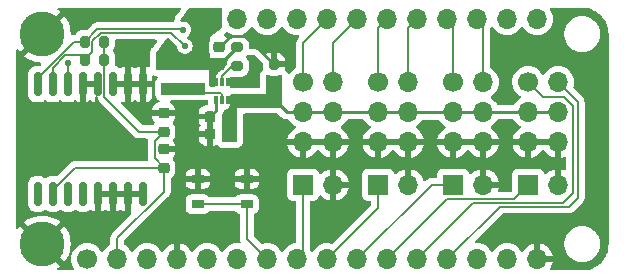
<source format=gbr>
%TF.GenerationSoftware,KiCad,Pcbnew,7.0.2*%
%TF.CreationDate,2023-07-28T16:56:03-04:00*%
%TF.ProjectId,dispocam-hub,64697370-6f63-4616-9d2d-6875622e6b69,rev?*%
%TF.SameCoordinates,Original*%
%TF.FileFunction,Copper,L1,Top*%
%TF.FilePolarity,Positive*%
%FSLAX46Y46*%
G04 Gerber Fmt 4.6, Leading zero omitted, Abs format (unit mm)*
G04 Created by KiCad (PCBNEW 7.0.2) date 2023-07-28 16:56:03*
%MOMM*%
%LPD*%
G01*
G04 APERTURE LIST*
G04 Aperture macros list*
%AMRoundRect*
0 Rectangle with rounded corners*
0 $1 Rounding radius*
0 $2 $3 $4 $5 $6 $7 $8 $9 X,Y pos of 4 corners*
0 Add a 4 corners polygon primitive as box body*
4,1,4,$2,$3,$4,$5,$6,$7,$8,$9,$2,$3,0*
0 Add four circle primitives for the rounded corners*
1,1,$1+$1,$2,$3*
1,1,$1+$1,$4,$5*
1,1,$1+$1,$6,$7*
1,1,$1+$1,$8,$9*
0 Add four rect primitives between the rounded corners*
20,1,$1+$1,$2,$3,$4,$5,0*
20,1,$1+$1,$4,$5,$6,$7,0*
20,1,$1+$1,$6,$7,$8,$9,0*
20,1,$1+$1,$8,$9,$2,$3,0*%
G04 Aperture macros list end*
%TA.AperFunction,ComponentPad*%
%ADD10O,1.700000X1.700000*%
%TD*%
%TA.AperFunction,ComponentPad*%
%ADD11C,1.700000*%
%TD*%
%TA.AperFunction,ComponentPad*%
%ADD12C,3.810000*%
%TD*%
%TA.AperFunction,SMDPad,CuDef*%
%ADD13RoundRect,0.225000X0.250000X-0.225000X0.250000X0.225000X-0.250000X0.225000X-0.250000X-0.225000X0*%
%TD*%
%TA.AperFunction,SMDPad,CuDef*%
%ADD14R,0.340000X0.700000*%
%TD*%
%TA.AperFunction,SMDPad,CuDef*%
%ADD15RoundRect,0.200000X-0.275000X0.200000X-0.275000X-0.200000X0.275000X-0.200000X0.275000X0.200000X0*%
%TD*%
%TA.AperFunction,SMDPad,CuDef*%
%ADD16RoundRect,0.200000X-0.200000X-0.275000X0.200000X-0.275000X0.200000X0.275000X-0.200000X0.275000X0*%
%TD*%
%TA.AperFunction,SMDPad,CuDef*%
%ADD17R,1.050000X0.650000*%
%TD*%
%TA.AperFunction,SMDPad,CuDef*%
%ADD18RoundRect,0.225000X0.225000X0.250000X-0.225000X0.250000X-0.225000X-0.250000X0.225000X-0.250000X0*%
%TD*%
%TA.AperFunction,ComponentPad*%
%ADD19R,1.700000X1.700000*%
%TD*%
%TA.AperFunction,SMDPad,CuDef*%
%ADD20RoundRect,0.150000X0.150000X-0.875000X0.150000X0.875000X-0.150000X0.875000X-0.150000X-0.875000X0*%
%TD*%
%TA.AperFunction,SMDPad,CuDef*%
%ADD21RoundRect,0.200000X0.200000X0.275000X-0.200000X0.275000X-0.200000X-0.275000X0.200000X-0.275000X0*%
%TD*%
%TA.AperFunction,SMDPad,CuDef*%
%ADD22R,3.700000X0.980000*%
%TD*%
%TA.AperFunction,ViaPad*%
%ADD23C,0.558800*%
%TD*%
%TA.AperFunction,Conductor*%
%ADD24C,0.254000*%
%TD*%
%TA.AperFunction,Conductor*%
%ADD25C,0.152400*%
%TD*%
G04 APERTURE END LIST*
D10*
%TO.P,M1,6,-*%
%TO.N,GND*%
X146553000Y-103124000D03*
%TO.P,M1,5,-*%
X144013000Y-103124000D03*
%TO.P,M1,4,+*%
%TO.N,+5V*%
X146553000Y-100584000D03*
%TO.P,M1,3,+*%
X144013000Y-100584000D03*
%TO.P,M1,2,PWM*%
%TO.N,/11*%
X146553000Y-98044000D03*
D11*
%TO.P,M1,1,PWM*%
%TO.N,/12*%
X144013000Y-98044000D03*
%TD*%
D10*
%TO.P,M2,6,-*%
%TO.N,GND*%
X152908000Y-103124000D03*
%TO.P,M2,5,-*%
X150368000Y-103124000D03*
%TO.P,M2,4,+*%
%TO.N,+5V*%
X152908000Y-100584000D03*
%TO.P,M2,3,+*%
X150368000Y-100584000D03*
%TO.P,M2,2,PWM*%
%TO.N,/9*%
X152908000Y-98044000D03*
D11*
%TO.P,M2,1,PWM*%
%TO.N,/10*%
X150368000Y-98044000D03*
%TD*%
D10*
%TO.P,M3,6,-*%
%TO.N,GND*%
X159253000Y-103139000D03*
%TO.P,M3,5,-*%
X156713000Y-103139000D03*
%TO.P,M3,4,+*%
%TO.N,+5V*%
X159253000Y-100599000D03*
%TO.P,M3,3,+*%
X156713000Y-100599000D03*
%TO.P,M3,2,PWM*%
%TO.N,/5*%
X159253000Y-98059000D03*
D11*
%TO.P,M3,1,PWM*%
%TO.N,/6*%
X156713000Y-98059000D03*
%TD*%
D10*
%TO.P,M4,6,-*%
%TO.N,GND*%
X165608000Y-103124000D03*
%TO.P,M4,5,-*%
X163068000Y-103124000D03*
%TO.P,M4,4,+*%
%TO.N,+5V*%
X165608000Y-100584000D03*
%TO.P,M4,3,+*%
X163068000Y-100584000D03*
%TO.P,M4,2,PWM*%
%TO.N,/MISO{slash}14*%
X165608000Y-98044000D03*
D11*
%TO.P,M4,1,PWM*%
%TO.N,/MOSI{slash}16*%
X163068000Y-98044000D03*
%TD*%
D10*
%TO.P,J2,12,Pin_12*%
%TO.N,/SDA*%
X163830000Y-92710000D03*
%TO.P,J2,11,Pin_11*%
%TO.N,/SCL*%
X161290000Y-92710000D03*
%TO.P,J2,10,Pin_10*%
%TO.N,/5*%
X158750000Y-92710000D03*
%TO.P,J2,9,Pin_9*%
%TO.N,/6*%
X156210000Y-92710000D03*
%TO.P,J2,8,Pin_8*%
%TO.N,/9*%
X153670000Y-92710000D03*
%TO.P,J2,7,Pin_7*%
%TO.N,/10*%
X151130000Y-92710000D03*
%TO.P,J2,6,Pin_6*%
%TO.N,/11*%
X148590000Y-92710000D03*
%TO.P,J2,5,Pin_5*%
%TO.N,/12*%
X146050000Y-92710000D03*
%TO.P,J2,4,Pin_4*%
%TO.N,/13*%
X143510000Y-92710000D03*
%TO.P,J2,3,Pin_3*%
%TO.N,/USB*%
X140970000Y-92710000D03*
%TO.P,J2,2,Pin_2*%
%TO.N,/EN*%
X138430000Y-92710000D03*
D11*
%TO.P,J2,1,Pin_1*%
%TO.N,/BAT*%
X135890000Y-92710000D03*
%TD*%
%TO.P,J1,1,Pin_1*%
%TO.N,/RST*%
X125730000Y-113030000D03*
D10*
%TO.P,J1,2,Pin_2*%
%TO.N,+3V3*%
X128270000Y-113030000D03*
%TO.P,J1,3,Pin_3*%
%TO.N,/AREF*%
X130810000Y-113030000D03*
%TO.P,J1,4,Pin_4*%
%TO.N,GND*%
X133350000Y-113030000D03*
%TO.P,J1,5,Pin_5*%
%TO.N,/A0*%
X135890000Y-113030000D03*
%TO.P,J1,6,Pin_6*%
%TO.N,/A1*%
X138430000Y-113030000D03*
%TO.P,J1,7,Pin_7*%
%TO.N,/A2{slash}20*%
X140970000Y-113030000D03*
%TO.P,J1,8,Pin_8*%
%TO.N,/A3{slash}21*%
X143510000Y-113030000D03*
%TO.P,J1,9,Pin_9*%
%TO.N,/A4{slash}22*%
X146050000Y-113030000D03*
%TO.P,J1,10,Pin_10*%
%TO.N,/A5{slash}23*%
X148590000Y-113030000D03*
%TO.P,J1,11,Pin_11*%
%TO.N,/SCK{slash}15*%
X151130000Y-113030000D03*
%TO.P,J1,12,Pin_12*%
%TO.N,/MOSI{slash}16*%
X153670000Y-113030000D03*
%TO.P,J1,13,Pin_13*%
%TO.N,/MISO{slash}14*%
X156210000Y-113030000D03*
%TO.P,J1,14,Pin_14*%
%TO.N,/RX{slash}0*%
X158750000Y-113030000D03*
%TO.P,J1,15,Pin_15*%
%TO.N,/TX{slash}1*%
X161290000Y-113030000D03*
%TO.P,J1,16,Pin_16*%
%TO.N,GND*%
X163830000Y-113030000D03*
%TD*%
D12*
%TO.P,H2,1,1*%
%TO.N,GND*%
X121920000Y-93980000D03*
%TD*%
%TO.P,H1,1,1*%
%TO.N,GND*%
X121920000Y-111760000D03*
%TD*%
D13*
%TO.P,C5,1*%
%TO.N,+3V3*%
X132207000Y-102248000D03*
%TO.P,C5,2*%
%TO.N,GND*%
X132207000Y-100698000D03*
%TD*%
D14*
%TO.P,U1,6,VOUT*%
%TO.N,+5V*%
X137652000Y-99544000D03*
%TO.P,U1,5,SW*%
%TO.N,Net-(U1-SW)*%
X137152000Y-99544000D03*
%TO.P,U1,4,GND*%
%TO.N,GND*%
X136652000Y-99544000D03*
%TO.P,U1,3,VIN*%
%TO.N,/BAT*%
X136652000Y-98044000D03*
%TO.P,U1,2,EN*%
%TO.N,Net-(U1-EN)*%
X137152000Y-98044000D03*
%TO.P,U1,1,FB*%
%TO.N,Net-(U1-FB)*%
X137652000Y-98044000D03*
%TD*%
D15*
%TO.P,R3,2*%
%TO.N,Net-(U1-EN)*%
X138430000Y-96710000D03*
%TO.P,R3,1*%
%TO.N,/BAT*%
X138430000Y-95060000D03*
%TD*%
D16*
%TO.P,R2,1*%
%TO.N,Net-(U1-FB)*%
X139891000Y-96520000D03*
%TO.P,R2,2*%
%TO.N,GND*%
X141541000Y-96520000D03*
%TD*%
D13*
%TO.P,C4,2*%
%TO.N,GND*%
X132207000Y-103746000D03*
%TO.P,C4,1*%
%TO.N,+3V3*%
X132207000Y-105296000D03*
%TD*%
D17*
%TO.P,SW5,1,1*%
%TO.N,/A2{slash}20*%
X139235000Y-108390000D03*
X135085000Y-108390000D03*
%TO.P,SW5,2,2*%
%TO.N,GND*%
X139235000Y-106240000D03*
X135085000Y-106240000D03*
%TD*%
D18*
%TO.P,C3,2*%
%TO.N,GND*%
X136115000Y-100965000D03*
%TO.P,C3,1*%
%TO.N,+5V*%
X137665000Y-100965000D03*
%TD*%
D19*
%TO.P,SW3,1,A*%
%TO.N,/A5{slash}23*%
X156718000Y-106734000D03*
D10*
%TO.P,SW3,2,B*%
%TO.N,GND*%
X159258000Y-106734000D03*
%TD*%
D19*
%TO.P,SW2,1,A*%
%TO.N,/A4{slash}22*%
X150363000Y-106734000D03*
D10*
%TO.P,SW2,2,B*%
%TO.N,GND*%
X152903000Y-106734000D03*
%TD*%
D19*
%TO.P,SW4,1,A*%
%TO.N,/SCK{slash}15*%
X163068000Y-106734000D03*
D10*
%TO.P,SW4,2,B*%
%TO.N,GND*%
X165608000Y-106734000D03*
%TD*%
D20*
%TO.P,U2,1,32KHZ*%
%TO.N,unconnected-(U2-32KHZ-Pad1)*%
X121539000Y-107520000D03*
%TO.P,U2,2,VCC*%
%TO.N,+3V3*%
X122809000Y-107520000D03*
%TO.P,U2,3,~{INT}/SQW*%
%TO.N,unconnected-(U2-~{INT}{slash}SQW-Pad3)*%
X124079000Y-107520000D03*
%TO.P,U2,4,~{RST}*%
%TO.N,unconnected-(U2-~{RST}-Pad4)*%
X125349000Y-107520000D03*
%TO.P,U2,5,GND*%
%TO.N,GND*%
X126619000Y-107520000D03*
%TO.P,U2,6,GND*%
X127889000Y-107520000D03*
%TO.P,U2,7,GND*%
X129159000Y-107520000D03*
%TO.P,U2,8,GND*%
X130429000Y-107520000D03*
%TO.P,U2,9,GND*%
X130429000Y-98220000D03*
%TO.P,U2,10,GND*%
X129159000Y-98220000D03*
%TO.P,U2,11,GND*%
X127889000Y-98220000D03*
%TO.P,U2,12,GND*%
X126619000Y-98220000D03*
%TO.P,U2,13,GND*%
X125349000Y-98220000D03*
%TO.P,U2,14,VBAT*%
%TO.N,Net-(BT1-+)*%
X124079000Y-98220000D03*
%TO.P,U2,15,SDA*%
%TO.N,/SDA*%
X122809000Y-98220000D03*
%TO.P,U2,16,SCL*%
%TO.N,/SCL*%
X121539000Y-98220000D03*
%TD*%
D18*
%TO.P,C2,2*%
%TO.N,GND*%
X136115000Y-102459000D03*
%TO.P,C2,1*%
%TO.N,+5V*%
X137665000Y-102459000D03*
%TD*%
D21*
%TO.P,R1,1*%
%TO.N,+5V*%
X141541000Y-98044000D03*
%TO.P,R1,2*%
%TO.N,Net-(U1-FB)*%
X139891000Y-98044000D03*
%TD*%
D22*
%TO.P,L1,2,2*%
%TO.N,Net-(U1-SW)*%
X133842000Y-98594000D03*
%TO.P,L1,1,1*%
%TO.N,/BAT*%
X133842000Y-96224000D03*
%TD*%
D13*
%TO.P,C1,2*%
%TO.N,GND*%
X136890000Y-95084600D03*
%TO.P,C1,1*%
%TO.N,/BAT*%
X136890000Y-96634600D03*
%TD*%
D21*
%TO.P,R4,2*%
%TO.N,/SDA*%
X125540000Y-96139000D03*
%TO.P,R4,1*%
%TO.N,+3V3*%
X127190000Y-96139000D03*
%TD*%
%TO.P,R5,2*%
%TO.N,/SCL*%
X125540000Y-94615000D03*
%TO.P,R5,1*%
%TO.N,+3V3*%
X127190000Y-94615000D03*
%TD*%
D19*
%TO.P,SW1,1,A*%
%TO.N,/A3{slash}21*%
X144013000Y-106734000D03*
D10*
%TO.P,SW1,2,B*%
%TO.N,GND*%
X146553000Y-106734000D03*
%TD*%
D23*
%TO.N,GND*%
X134366000Y-100076000D03*
X142875000Y-95758000D03*
%TO.N,/SCL*%
X133858000Y-93599000D03*
%TO.N,/SDA*%
X133985000Y-94996000D03*
%TO.N,Net-(BT1-+)*%
X124079000Y-96393000D03*
%TD*%
D24*
%TO.N,GND*%
X139128000Y-94107000D02*
X141541000Y-96520000D01*
X137867600Y-94107000D02*
X139128000Y-94107000D01*
X136890000Y-95084600D02*
X137867600Y-94107000D01*
D25*
%TO.N,Net-(U1-FB)*%
X137652000Y-98044000D02*
X138049000Y-98044000D01*
D24*
%TO.N,+5V*%
X137652000Y-99544000D02*
X138152000Y-99544000D01*
D25*
%TO.N,/SCL*%
X126594100Y-93560900D02*
X125540000Y-94615000D01*
X133819900Y-93560900D02*
X126594100Y-93560900D01*
X133858000Y-93599000D02*
X133819900Y-93560900D01*
D24*
%TO.N,GND*%
X136652000Y-100428000D02*
X136115000Y-100965000D01*
X136652000Y-99544000D02*
X136652000Y-100428000D01*
%TO.N,+5V*%
X142621000Y-100584000D02*
X141859000Y-99822000D01*
X144013000Y-100584000D02*
X142621000Y-100584000D01*
X146553000Y-100584000D02*
X144013000Y-100584000D01*
X150368000Y-100584000D02*
X146553000Y-100584000D01*
X152908000Y-100584000D02*
X150368000Y-100584000D01*
X156713000Y-100599000D02*
X152923000Y-100599000D01*
X152923000Y-100599000D02*
X152908000Y-100584000D01*
X159253000Y-100599000D02*
X156713000Y-100599000D01*
X159268000Y-100584000D02*
X159253000Y-100599000D01*
X163068000Y-100584000D02*
X159268000Y-100584000D01*
X165608000Y-100584000D02*
X163068000Y-100584000D01*
D25*
%TO.N,/SDA*%
X126155900Y-95523100D02*
X125540000Y-96139000D01*
X126873000Y-93853000D02*
X126155900Y-94570100D01*
X126155900Y-94570100D02*
X126155900Y-95523100D01*
X133985000Y-94996000D02*
X132842000Y-93853000D01*
X132842000Y-93853000D02*
X126873000Y-93853000D01*
%TO.N,/A2{slash}20*%
X135085000Y-108390000D02*
X139235000Y-108390000D01*
%TO.N,/SCK{slash}15*%
X156210000Y-107950000D02*
X151130000Y-113030000D01*
X161852000Y-107950000D02*
X156210000Y-107950000D01*
X163068000Y-106734000D02*
X161852000Y-107950000D01*
%TO.N,/MOSI{slash}16*%
X158407100Y-108292900D02*
X153670000Y-113030000D01*
X166027100Y-108292900D02*
X158407100Y-108292900D01*
X166878000Y-107442000D02*
X166027100Y-108292900D01*
X166116000Y-99314000D02*
X166878000Y-100076000D01*
X166878000Y-100076000D02*
X166878000Y-107442000D01*
X164338000Y-99314000D02*
X166116000Y-99314000D01*
X163068000Y-98044000D02*
X164338000Y-99314000D01*
%TO.N,/MISO{slash}14*%
X160655000Y-108585000D02*
X156210000Y-113030000D01*
X167259000Y-107823000D02*
X166497000Y-108585000D01*
X166497000Y-108585000D02*
X160655000Y-108585000D01*
X167259000Y-99695000D02*
X167259000Y-107823000D01*
X165608000Y-98044000D02*
X167259000Y-99695000D01*
%TO.N,/A5{slash}23*%
X154886000Y-106734000D02*
X148590000Y-113030000D01*
X156718000Y-106734000D02*
X154886000Y-106734000D01*
%TO.N,/A4{slash}22*%
X150363000Y-108717000D02*
X146050000Y-113030000D01*
X150363000Y-106734000D02*
X150363000Y-108717000D01*
%TO.N,/A3{slash}21*%
X144013000Y-112527000D02*
X143510000Y-113030000D01*
X144013000Y-106680000D02*
X144013000Y-112527000D01*
%TO.N,/A2{slash}20*%
X139235000Y-111295000D02*
X140970000Y-113030000D01*
X139235000Y-108390000D02*
X139235000Y-111295000D01*
%TO.N,/5*%
X159258000Y-93218000D02*
X158750000Y-92710000D01*
X159258000Y-98044000D02*
X159258000Y-93218000D01*
%TO.N,/6*%
X156718000Y-93218000D02*
X156210000Y-92710000D01*
X156718000Y-98044000D02*
X156718000Y-93218000D01*
%TO.N,/9*%
X152908000Y-93472000D02*
X153670000Y-92710000D01*
X152908000Y-98044000D02*
X152908000Y-93472000D01*
%TO.N,/10*%
X150368000Y-93472000D02*
X151130000Y-92710000D01*
X150368000Y-98044000D02*
X150368000Y-93472000D01*
%TO.N,/11*%
X146558000Y-94742000D02*
X148590000Y-92710000D01*
X146558000Y-98044000D02*
X146558000Y-94742000D01*
%TO.N,/12*%
X144018000Y-94742000D02*
X144018000Y-98044000D01*
X146050000Y-92710000D02*
X144018000Y-94742000D01*
%TO.N,+3V3*%
X128270000Y-111257382D02*
X128270000Y-113030000D01*
X132207000Y-107320382D02*
X128270000Y-111257382D01*
X132207000Y-105296000D02*
X132207000Y-107320382D01*
X122809000Y-107211618D02*
X122809000Y-107520000D01*
X124724618Y-105296000D02*
X122809000Y-107211618D01*
X132207000Y-105296000D02*
X124724618Y-105296000D01*
%TO.N,Net-(U1-EN)*%
X137152000Y-97541600D02*
X137152000Y-98044000D01*
X137983600Y-96710000D02*
X137152000Y-97541600D01*
X138430000Y-96710000D02*
X137983600Y-96710000D01*
%TO.N,Net-(U1-SW)*%
X134181000Y-98933000D02*
X133842000Y-98594000D01*
X136992800Y-98933000D02*
X134181000Y-98933000D01*
X137152000Y-99092200D02*
X136992800Y-98933000D01*
X137152000Y-99544000D02*
X137152000Y-99092200D01*
D24*
%TO.N,/BAT*%
X138430000Y-95094600D02*
X136890000Y-96634600D01*
X138430000Y-95060000D02*
X138430000Y-95094600D01*
D25*
%TO.N,+3V3*%
X127190000Y-99286782D02*
X127190000Y-96139000D01*
X130151218Y-102248000D02*
X127190000Y-99286782D01*
X132207000Y-102248000D02*
X130151218Y-102248000D01*
%TO.N,/SCL*%
X121539000Y-97675763D02*
X121539000Y-98220000D01*
X124599763Y-94615000D02*
X121539000Y-97675763D01*
X125540000Y-94615000D02*
X124599763Y-94615000D01*
%TO.N,/SDA*%
X122809000Y-96818855D02*
X122809000Y-98220000D01*
X123831755Y-95796100D02*
X122809000Y-96818855D01*
X125197100Y-95796100D02*
X123831755Y-95796100D01*
X125540000Y-96139000D02*
X125197100Y-95796100D01*
%TO.N,+3V3*%
X127190000Y-96139000D02*
X127190000Y-94615000D01*
X131427200Y-104516200D02*
X132207000Y-105296000D01*
X131427200Y-103027800D02*
X131427200Y-104516200D01*
X132207000Y-102248000D02*
X131427200Y-103027800D01*
%TO.N,Net-(BT1-+)*%
X124079000Y-98220000D02*
X124079000Y-96393000D01*
%TD*%
%TA.AperFunction,Conductor*%
%TO.N,GND*%
G36*
X120998340Y-94861197D02*
G01*
X121170496Y-95011604D01*
X121215224Y-95038327D01*
X120404123Y-95849429D01*
X120404123Y-95849430D01*
X120449729Y-95889426D01*
X120456169Y-95894367D01*
X120711545Y-96065005D01*
X120718559Y-96069054D01*
X120994028Y-96204900D01*
X121001518Y-96208002D01*
X121292360Y-96306731D01*
X121300188Y-96308828D01*
X121601431Y-96368749D01*
X121609453Y-96369805D01*
X121730461Y-96377737D01*
X121796069Y-96401764D01*
X121838273Y-96457448D01*
X121843672Y-96527108D01*
X121810553Y-96588630D01*
X121810040Y-96589145D01*
X121741003Y-96658182D01*
X121679683Y-96691666D01*
X121653324Y-96694500D01*
X121323306Y-96694500D01*
X121320886Y-96694690D01*
X121320871Y-96694691D01*
X121286427Y-96697402D01*
X121128602Y-96743255D01*
X120987134Y-96826919D01*
X120870919Y-96943134D01*
X120787255Y-97084602D01*
X120741402Y-97242427D01*
X120738691Y-97276871D01*
X120738690Y-97276886D01*
X120738500Y-97279306D01*
X120738500Y-99160694D01*
X120738690Y-99163114D01*
X120738691Y-99163128D01*
X120741402Y-99197572D01*
X120787255Y-99355397D01*
X120852954Y-99466488D01*
X120870919Y-99496865D01*
X120987135Y-99613081D01*
X121014129Y-99629045D01*
X121128602Y-99696744D01*
X121286427Y-99742597D01*
X121286431Y-99742598D01*
X121323306Y-99745500D01*
X121325751Y-99745500D01*
X121752249Y-99745500D01*
X121754694Y-99745500D01*
X121791569Y-99742598D01*
X121949398Y-99696744D01*
X122071624Y-99624460D01*
X122104349Y-99605107D01*
X122105545Y-99607129D01*
X122147633Y-99584144D01*
X122217325Y-99589123D01*
X122243250Y-99605784D01*
X122243651Y-99605107D01*
X122398602Y-99696744D01*
X122556427Y-99742597D01*
X122556431Y-99742598D01*
X122593306Y-99745500D01*
X122595751Y-99745500D01*
X123022249Y-99745500D01*
X123024694Y-99745500D01*
X123061569Y-99742598D01*
X123219398Y-99696744D01*
X123341624Y-99624460D01*
X123374349Y-99605107D01*
X123375545Y-99607129D01*
X123417633Y-99584144D01*
X123487325Y-99589123D01*
X123513250Y-99605784D01*
X123513651Y-99605107D01*
X123668602Y-99696744D01*
X123826427Y-99742597D01*
X123826431Y-99742598D01*
X123863306Y-99745500D01*
X123865751Y-99745500D01*
X124292249Y-99745500D01*
X124294694Y-99745500D01*
X124331569Y-99742598D01*
X124489398Y-99696744D01*
X124611624Y-99624460D01*
X124644349Y-99605107D01*
X124645473Y-99607008D01*
X124687986Y-99583791D01*
X124757678Y-99588770D01*
X124783552Y-99605397D01*
X124783960Y-99604709D01*
X124938799Y-99696280D01*
X125096511Y-99742099D01*
X125098999Y-99742295D01*
X125099000Y-99742295D01*
X125099000Y-98094000D01*
X125118685Y-98026961D01*
X125171489Y-97981206D01*
X125223000Y-97970000D01*
X126489299Y-97970000D01*
X126556338Y-97989685D01*
X126602093Y-98042489D01*
X126613299Y-98094000D01*
X126613299Y-98414937D01*
X126593614Y-98481976D01*
X126540810Y-98527731D01*
X126471652Y-98537675D01*
X126408096Y-98508650D01*
X126401618Y-98502618D01*
X126369000Y-98470000D01*
X125599000Y-98470000D01*
X125599000Y-99742295D01*
X125601488Y-99742099D01*
X125759200Y-99696280D01*
X125914040Y-99604709D01*
X125915173Y-99606625D01*
X125957633Y-99583437D01*
X126027325Y-99588416D01*
X126053606Y-99605306D01*
X126053960Y-99604709D01*
X126208799Y-99696280D01*
X126366511Y-99742099D01*
X126368999Y-99742295D01*
X126369000Y-99742295D01*
X126369000Y-99360809D01*
X126388685Y-99293770D01*
X126441489Y-99248015D01*
X126510647Y-99238071D01*
X126574203Y-99267096D01*
X126611977Y-99325874D01*
X126615938Y-99344623D01*
X126628144Y-99437331D01*
X126672953Y-99545508D01*
X126686254Y-99577620D01*
X126722195Y-99624460D01*
X126778692Y-99698088D01*
X126802490Y-99716349D01*
X126814685Y-99727044D01*
X129710951Y-102623310D01*
X129721645Y-102635503D01*
X129724574Y-102639320D01*
X129739911Y-102659307D01*
X129770155Y-102682514D01*
X129770156Y-102682515D01*
X129860380Y-102751747D01*
X129959579Y-102792836D01*
X130000669Y-102809856D01*
X130113420Y-102824700D01*
X130113421Y-102824700D01*
X130151217Y-102829676D01*
X130151217Y-102829675D01*
X130151218Y-102829676D01*
X130180956Y-102825760D01*
X130197141Y-102824700D01*
X130730868Y-102824700D01*
X130797907Y-102844385D01*
X130843662Y-102897189D01*
X130853806Y-102964885D01*
X130849447Y-102998000D01*
X130845524Y-103027799D01*
X130849439Y-103057536D01*
X130850500Y-103073722D01*
X130850500Y-104470276D01*
X130849439Y-104486461D01*
X130845523Y-104516199D01*
X130853807Y-104579114D01*
X130843042Y-104648150D01*
X130796662Y-104700406D01*
X130730868Y-104719300D01*
X124770541Y-104719300D01*
X124754356Y-104718239D01*
X124751165Y-104717819D01*
X124724617Y-104714323D01*
X124690760Y-104718781D01*
X124686821Y-104719300D01*
X124574068Y-104734144D01*
X124574069Y-104734144D01*
X124433779Y-104792254D01*
X124313309Y-104884693D01*
X124295050Y-104908489D01*
X124284357Y-104920682D01*
X123226609Y-105978430D01*
X123165286Y-106011915D01*
X123104335Y-106009826D01*
X123061570Y-105997402D01*
X123027128Y-105994691D01*
X123027114Y-105994690D01*
X123024694Y-105994500D01*
X122593306Y-105994500D01*
X122590886Y-105994690D01*
X122590871Y-105994691D01*
X122556427Y-105997402D01*
X122398602Y-106043255D01*
X122243652Y-106134893D01*
X122242456Y-106132870D01*
X122200358Y-106155858D01*
X122130666Y-106150874D01*
X122104747Y-106134216D01*
X122104348Y-106134893D01*
X121949397Y-106043255D01*
X121791572Y-105997402D01*
X121757128Y-105994691D01*
X121757114Y-105994690D01*
X121754694Y-105994500D01*
X121323306Y-105994500D01*
X121320886Y-105994690D01*
X121320871Y-105994691D01*
X121286427Y-105997402D01*
X121128602Y-106043255D01*
X120987134Y-106126919D01*
X120870919Y-106243134D01*
X120787255Y-106384602D01*
X120741402Y-106542427D01*
X120738691Y-106576871D01*
X120738690Y-106576886D01*
X120738500Y-106579306D01*
X120738500Y-108460694D01*
X120738690Y-108463114D01*
X120738691Y-108463128D01*
X120741402Y-108497572D01*
X120787255Y-108655397D01*
X120846040Y-108754797D01*
X120870919Y-108796865D01*
X120987135Y-108913081D01*
X121091020Y-108974518D01*
X121128602Y-108996744D01*
X121286427Y-109042597D01*
X121286431Y-109042598D01*
X121323306Y-109045500D01*
X121325751Y-109045500D01*
X121752249Y-109045500D01*
X121754694Y-109045500D01*
X121791569Y-109042598D01*
X121949398Y-108996744D01*
X122043543Y-108941066D01*
X122104349Y-108905107D01*
X122105545Y-108907129D01*
X122147633Y-108884144D01*
X122217325Y-108889123D01*
X122243250Y-108905784D01*
X122243651Y-108905107D01*
X122398602Y-108996744D01*
X122556427Y-109042597D01*
X122556431Y-109042598D01*
X122593306Y-109045500D01*
X122595751Y-109045500D01*
X123022249Y-109045500D01*
X123024694Y-109045500D01*
X123061569Y-109042598D01*
X123219398Y-108996744D01*
X123313543Y-108941066D01*
X123374349Y-108905107D01*
X123375545Y-108907129D01*
X123417633Y-108884144D01*
X123487325Y-108889123D01*
X123513250Y-108905784D01*
X123513651Y-108905107D01*
X123668602Y-108996744D01*
X123826427Y-109042597D01*
X123826431Y-109042598D01*
X123863306Y-109045500D01*
X123865751Y-109045500D01*
X124292249Y-109045500D01*
X124294694Y-109045500D01*
X124331569Y-109042598D01*
X124489398Y-108996744D01*
X124583543Y-108941066D01*
X124644349Y-108905107D01*
X124645545Y-108907129D01*
X124687633Y-108884144D01*
X124757325Y-108889123D01*
X124783250Y-108905784D01*
X124783651Y-108905107D01*
X124938602Y-108996744D01*
X125096427Y-109042597D01*
X125096431Y-109042598D01*
X125133306Y-109045500D01*
X125135751Y-109045500D01*
X125562249Y-109045500D01*
X125564694Y-109045500D01*
X125601569Y-109042598D01*
X125759398Y-108996744D01*
X125853543Y-108941066D01*
X125914349Y-108905107D01*
X125915473Y-108907008D01*
X125957986Y-108883791D01*
X126027678Y-108888770D01*
X126053552Y-108905397D01*
X126053960Y-108904709D01*
X126208799Y-108996280D01*
X126366511Y-109042099D01*
X126369000Y-109042295D01*
X126369000Y-107770000D01*
X126869000Y-107770000D01*
X126869000Y-109042295D01*
X126871488Y-109042099D01*
X127029200Y-108996280D01*
X127184040Y-108904709D01*
X127185173Y-108906625D01*
X127227633Y-108883437D01*
X127297325Y-108888416D01*
X127323606Y-108905306D01*
X127323960Y-108904709D01*
X127478799Y-108996280D01*
X127636511Y-109042099D01*
X127638999Y-109042295D01*
X127639000Y-109042295D01*
X127639000Y-107770000D01*
X128139000Y-107770000D01*
X128139000Y-109042295D01*
X128141488Y-109042099D01*
X128299200Y-108996280D01*
X128454040Y-108904709D01*
X128455173Y-108906625D01*
X128497633Y-108883437D01*
X128567325Y-108888416D01*
X128593606Y-108905306D01*
X128593960Y-108904709D01*
X128748799Y-108996280D01*
X128906511Y-109042099D01*
X128909000Y-109042295D01*
X128909000Y-107770000D01*
X128139000Y-107770000D01*
X127639000Y-107770000D01*
X126869000Y-107770000D01*
X126369000Y-107770000D01*
X126369000Y-107394000D01*
X126388685Y-107326961D01*
X126441489Y-107281206D01*
X126493000Y-107270000D01*
X130555000Y-107270000D01*
X130622039Y-107289685D01*
X130667794Y-107342489D01*
X130679000Y-107394000D01*
X130679000Y-107646000D01*
X130659315Y-107713039D01*
X130606511Y-107758794D01*
X130555000Y-107770000D01*
X129409000Y-107770000D01*
X129409000Y-109042295D01*
X129448828Y-109079112D01*
X129446362Y-109081779D01*
X129474786Y-109109773D01*
X129490159Y-109177930D01*
X129466243Y-109243579D01*
X129454092Y-109257710D01*
X127894683Y-110817120D01*
X127882490Y-110827813D01*
X127858695Y-110846072D01*
X127823022Y-110892561D01*
X127823021Y-110892562D01*
X127766254Y-110966543D01*
X127708144Y-111106833D01*
X127688323Y-111257381D01*
X127692239Y-111287118D01*
X127693300Y-111303304D01*
X127693300Y-111729810D01*
X127673615Y-111796849D01*
X127621708Y-111842191D01*
X127592169Y-111855965D01*
X127398598Y-111991505D01*
X127231505Y-112158598D01*
X127101575Y-112344159D01*
X127046998Y-112387784D01*
X126977500Y-112394978D01*
X126915145Y-112363455D01*
X126898425Y-112344159D01*
X126768494Y-112158598D01*
X126601404Y-111991508D01*
X126601401Y-111991505D01*
X126407830Y-111855965D01*
X126193663Y-111756097D01*
X126114095Y-111734777D01*
X125965407Y-111694936D01*
X125730000Y-111674340D01*
X125494592Y-111694936D01*
X125266336Y-111756097D01*
X125052170Y-111855965D01*
X124858598Y-111991505D01*
X124691505Y-112158598D01*
X124555965Y-112352170D01*
X124456097Y-112566336D01*
X124394936Y-112794592D01*
X124374340Y-113029999D01*
X124394936Y-113265407D01*
X124420496Y-113360798D01*
X124456097Y-113493663D01*
X124555847Y-113707576D01*
X124555965Y-113707830D01*
X124623568Y-113804377D01*
X124645895Y-113870583D01*
X124628885Y-113938350D01*
X124577937Y-113986163D01*
X124521993Y-113999500D01*
X123306009Y-113999500D01*
X123238970Y-113979815D01*
X123193215Y-113927011D01*
X123183271Y-113857853D01*
X123212296Y-113794297D01*
X123237118Y-113772398D01*
X123383831Y-113674366D01*
X123390268Y-113669427D01*
X123435875Y-113629430D01*
X123435875Y-113629429D01*
X122624443Y-112817997D01*
X122758959Y-112720266D01*
X122916939Y-112555032D01*
X122977237Y-112463683D01*
X123789429Y-113275875D01*
X123789430Y-113275875D01*
X123829427Y-113230268D01*
X123834366Y-113223831D01*
X124005005Y-112968454D01*
X124009054Y-112961440D01*
X124144900Y-112685971D01*
X124148002Y-112678481D01*
X124246731Y-112387639D01*
X124248828Y-112379811D01*
X124308749Y-112078568D01*
X124309805Y-112070546D01*
X124329895Y-111764043D01*
X124329895Y-111755956D01*
X124309805Y-111449453D01*
X124308749Y-111441431D01*
X124248828Y-111140188D01*
X124246731Y-111132360D01*
X124148002Y-110841518D01*
X124144900Y-110834028D01*
X124009054Y-110558559D01*
X124005005Y-110551545D01*
X123834367Y-110296169D01*
X123829426Y-110289729D01*
X123789429Y-110244123D01*
X122980566Y-111052986D01*
X122841660Y-110878803D01*
X122669504Y-110728396D01*
X122624774Y-110701671D01*
X123435876Y-109890569D01*
X123435876Y-109890568D01*
X123390269Y-109850573D01*
X123383830Y-109845632D01*
X123128454Y-109674994D01*
X123121440Y-109670945D01*
X122845971Y-109535099D01*
X122838481Y-109531997D01*
X122547639Y-109433268D01*
X122539811Y-109431171D01*
X122238568Y-109371250D01*
X122230546Y-109370194D01*
X121924043Y-109350105D01*
X121915957Y-109350105D01*
X121609453Y-109370194D01*
X121601431Y-109371250D01*
X121300188Y-109431171D01*
X121292360Y-109433268D01*
X121001518Y-109531997D01*
X120994028Y-109535099D01*
X120718559Y-109670945D01*
X120711545Y-109674994D01*
X120456163Y-109845636D01*
X120449735Y-109850568D01*
X120404123Y-109890568D01*
X120404123Y-109890570D01*
X121215556Y-110702002D01*
X121081041Y-110799734D01*
X120923061Y-110964968D01*
X120862762Y-111056315D01*
X120050570Y-110244123D01*
X120050568Y-110244123D01*
X120010568Y-110289735D01*
X120005641Y-110296157D01*
X119907601Y-110442882D01*
X119853988Y-110487686D01*
X119784663Y-110496393D01*
X119721636Y-110466238D01*
X119684917Y-110406795D01*
X119680500Y-110373997D01*
X119680500Y-95366005D01*
X119700184Y-95298970D01*
X119752988Y-95253215D01*
X119822146Y-95243271D01*
X119885702Y-95272296D01*
X119907601Y-95297118D01*
X120005632Y-95443829D01*
X120010573Y-95450269D01*
X120050569Y-95495876D01*
X120859433Y-94687012D01*
X120998340Y-94861197D01*
G37*
%TD.AperFunction*%
%TA.AperFunction,Conductor*%
G36*
X133581689Y-91760185D02*
G01*
X133627444Y-91812989D01*
X133637388Y-91882147D01*
X133613850Y-91938899D01*
X133543895Y-92032173D01*
X133237408Y-92440821D01*
X133237397Y-92440836D01*
X133236612Y-92441883D01*
X133235870Y-92442964D01*
X133235857Y-92442984D01*
X133212916Y-92476465D01*
X133212899Y-92476489D01*
X133212161Y-92477568D01*
X133211470Y-92478674D01*
X133211461Y-92478689D01*
X133201640Y-92494426D01*
X133201623Y-92494453D01*
X133200945Y-92495541D01*
X133200315Y-92496652D01*
X133200300Y-92496679D01*
X133197946Y-92500838D01*
X133179649Y-92533160D01*
X133179644Y-92533168D01*
X133133073Y-92669318D01*
X133120099Y-92737981D01*
X133114481Y-92865651D01*
X133091868Y-92931761D01*
X133037104Y-92975150D01*
X132990601Y-92984200D01*
X126640023Y-92984200D01*
X126623838Y-92983139D01*
X126620647Y-92982719D01*
X126594099Y-92979223D01*
X126560242Y-92983681D01*
X126556303Y-92984200D01*
X126541460Y-92986154D01*
X126443552Y-92999043D01*
X126422005Y-93007969D01*
X126303261Y-93057152D01*
X126213038Y-93126385D01*
X126182791Y-93149594D01*
X126164531Y-93173390D01*
X126153839Y-93185582D01*
X125736242Y-93603181D01*
X125674919Y-93636666D01*
X125648561Y-93639500D01*
X125283384Y-93639500D01*
X125280580Y-93639754D01*
X125280575Y-93639755D01*
X125212806Y-93645913D01*
X125163007Y-93661431D01*
X125050394Y-93696522D01*
X125050392Y-93696522D01*
X125050392Y-93696523D01*
X124904813Y-93784528D01*
X124784527Y-93904814D01*
X124740881Y-93977013D01*
X124689353Y-94024200D01*
X124620494Y-94036038D01*
X124618580Y-94035801D01*
X124599763Y-94033323D01*
X124566363Y-94037721D01*
X124561966Y-94038300D01*
X124553228Y-94039450D01*
X124467191Y-94050776D01*
X124398156Y-94040010D01*
X124345900Y-93993629D01*
X124327272Y-93935947D01*
X124309805Y-93669453D01*
X124308749Y-93661431D01*
X124248828Y-93360188D01*
X124246731Y-93352360D01*
X124148002Y-93061518D01*
X124144900Y-93054028D01*
X124009054Y-92778559D01*
X124005005Y-92771545D01*
X123834367Y-92516169D01*
X123829426Y-92509729D01*
X123789429Y-92464123D01*
X122980565Y-93272986D01*
X122841660Y-93098803D01*
X122669504Y-92948396D01*
X122624774Y-92921671D01*
X123435876Y-92110569D01*
X123435876Y-92110568D01*
X123390269Y-92070573D01*
X123383830Y-92065632D01*
X123237118Y-91967602D01*
X123192313Y-91913990D01*
X123183606Y-91844665D01*
X123213761Y-91781637D01*
X123273204Y-91744918D01*
X123306009Y-91740500D01*
X133514650Y-91740500D01*
X133581689Y-91760185D01*
G37*
%TD.AperFunction*%
%TA.AperFunction,Conductor*%
G36*
X167643736Y-91740726D02*
G01*
X167902457Y-91756375D01*
X167917318Y-91758179D01*
X168045318Y-91781637D01*
X168168575Y-91804225D01*
X168183097Y-91807804D01*
X168426990Y-91883803D01*
X168440967Y-91889104D01*
X168673915Y-91993946D01*
X168687161Y-92000898D01*
X168905768Y-92133051D01*
X168918079Y-92141549D01*
X169051832Y-92246337D01*
X169119161Y-92299086D01*
X169130369Y-92309016D01*
X169310983Y-92489630D01*
X169320913Y-92500838D01*
X169346240Y-92533166D01*
X169452908Y-92669318D01*
X169478446Y-92701914D01*
X169486950Y-92714235D01*
X169501306Y-92737981D01*
X169619098Y-92932832D01*
X169626057Y-92946091D01*
X169730893Y-93179028D01*
X169736199Y-93193018D01*
X169812191Y-93436886D01*
X169815774Y-93451424D01*
X169861819Y-93702679D01*
X169863624Y-93717544D01*
X169879274Y-93976262D01*
X169879500Y-93983749D01*
X169879500Y-111756249D01*
X169879274Y-111763736D01*
X169863624Y-112022455D01*
X169861819Y-112037320D01*
X169815774Y-112288575D01*
X169812191Y-112303112D01*
X169783430Y-112395413D01*
X169736203Y-112546970D01*
X169730893Y-112560971D01*
X169626057Y-112793908D01*
X169619098Y-112807167D01*
X169486952Y-113025762D01*
X169478446Y-113038085D01*
X169320913Y-113239161D01*
X169310983Y-113250369D01*
X169130369Y-113430983D01*
X169119161Y-113440913D01*
X168918085Y-113598446D01*
X168905762Y-113606952D01*
X168687167Y-113739098D01*
X168673908Y-113746057D01*
X168440971Y-113850893D01*
X168426975Y-113856200D01*
X168199736Y-113927011D01*
X168183113Y-113932191D01*
X168168575Y-113935774D01*
X167917320Y-113981819D01*
X167902455Y-113983624D01*
X167643736Y-113999274D01*
X167636249Y-113999500D01*
X165037396Y-113999500D01*
X164970357Y-113979815D01*
X164924602Y-113927011D01*
X164914658Y-113857853D01*
X164935821Y-113804376D01*
X165003600Y-113707576D01*
X165103430Y-113493492D01*
X165160636Y-113280000D01*
X164263686Y-113280000D01*
X164289493Y-113239844D01*
X164330000Y-113101889D01*
X164330000Y-112958111D01*
X164289493Y-112820156D01*
X164263686Y-112780000D01*
X165160636Y-112780000D01*
X165160635Y-112779999D01*
X165103430Y-112566507D01*
X165003599Y-112352421D01*
X164868109Y-112158921D01*
X164701081Y-111991893D01*
X164550312Y-111886323D01*
X166115500Y-111886323D01*
X166157084Y-112135527D01*
X166235482Y-112363891D01*
X166239119Y-112374484D01*
X166359366Y-112596680D01*
X166359367Y-112596681D01*
X166514544Y-112796055D01*
X166578181Y-112854636D01*
X166700423Y-112967168D01*
X166911931Y-113105353D01*
X167143299Y-113206840D01*
X167388216Y-113268862D01*
X167576942Y-113284500D01*
X167579512Y-113284500D01*
X167700488Y-113284500D01*
X167703058Y-113284500D01*
X167891784Y-113268862D01*
X168136701Y-113206840D01*
X168368069Y-113105353D01*
X168579577Y-112967168D01*
X168765455Y-112796055D01*
X168920634Y-112596680D01*
X169040881Y-112374484D01*
X169122916Y-112135525D01*
X169164500Y-111886324D01*
X169164500Y-111633676D01*
X169122916Y-111384475D01*
X169040881Y-111145516D01*
X168920634Y-110923320D01*
X168824444Y-110799734D01*
X168765455Y-110723944D01*
X168672516Y-110638388D01*
X168579577Y-110552832D01*
X168368069Y-110414647D01*
X168368066Y-110414645D01*
X168136704Y-110313161D01*
X168136702Y-110313160D01*
X168136701Y-110313160D01*
X167891784Y-110251138D01*
X167703058Y-110235500D01*
X167576942Y-110235500D01*
X167574395Y-110235711D01*
X167574396Y-110235711D01*
X167388216Y-110251138D01*
X167143295Y-110313161D01*
X166911933Y-110414645D01*
X166786809Y-110496393D01*
X166700423Y-110552832D01*
X166700421Y-110552833D01*
X166700422Y-110552833D01*
X166514544Y-110723944D01*
X166359367Y-110923318D01*
X166359365Y-110923320D01*
X166359366Y-110923320D01*
X166242003Y-111140188D01*
X166239117Y-111145520D01*
X166157084Y-111384472D01*
X166115500Y-111633676D01*
X166115500Y-111886323D01*
X164550312Y-111886323D01*
X164507576Y-111856399D01*
X164293492Y-111756569D01*
X164080000Y-111699364D01*
X164080000Y-112594498D01*
X163972315Y-112545320D01*
X163865763Y-112530000D01*
X163794237Y-112530000D01*
X163687685Y-112545320D01*
X163580000Y-112594498D01*
X163580000Y-111699364D01*
X163579999Y-111699364D01*
X163366507Y-111756569D01*
X163152421Y-111856400D01*
X162958921Y-111991890D01*
X162791893Y-112158918D01*
X162661880Y-112344596D01*
X162607303Y-112388220D01*
X162537804Y-112395413D01*
X162475450Y-112363891D01*
X162458730Y-112344595D01*
X162328495Y-112158599D01*
X162161401Y-111991505D01*
X161967830Y-111855965D01*
X161753663Y-111756097D01*
X161674095Y-111734777D01*
X161525407Y-111694936D01*
X161290000Y-111674340D01*
X161054592Y-111694936D01*
X160826336Y-111756097D01*
X160612170Y-111855965D01*
X160418598Y-111991505D01*
X160251508Y-112158595D01*
X160121574Y-112344160D01*
X160066997Y-112387785D01*
X159997498Y-112394977D01*
X159935144Y-112363455D01*
X159918429Y-112344164D01*
X159788495Y-112158599D01*
X159621401Y-111991505D01*
X159427830Y-111855965D01*
X159213663Y-111756097D01*
X159134095Y-111734777D01*
X158985407Y-111694936D01*
X158749998Y-111674340D01*
X158685268Y-111680003D01*
X158616768Y-111666236D01*
X158566586Y-111617620D01*
X158550653Y-111549591D01*
X158574029Y-111483748D01*
X158586774Y-111468801D01*
X160857557Y-109198019D01*
X160918881Y-109164534D01*
X160945239Y-109161700D01*
X166451077Y-109161700D01*
X166467261Y-109162760D01*
X166497000Y-109166676D01*
X166647549Y-109146856D01*
X166787838Y-109088746D01*
X166878062Y-109019515D01*
X166878062Y-109019514D01*
X166908307Y-108996307D01*
X166926569Y-108972505D01*
X166937255Y-108960320D01*
X167634320Y-108263255D01*
X167646505Y-108252569D01*
X167670307Y-108234307D01*
X167698233Y-108197913D01*
X167734627Y-108150485D01*
X167762748Y-108113837D01*
X167798386Y-108027796D01*
X167820856Y-107973549D01*
X167840676Y-107823000D01*
X167840676Y-107822999D01*
X167836761Y-107793261D01*
X167835700Y-107777076D01*
X167835700Y-99740922D01*
X167836761Y-99724736D01*
X167837214Y-99721296D01*
X167840676Y-99695000D01*
X167831389Y-99624460D01*
X167820856Y-99544451D01*
X167788563Y-99466489D01*
X167762747Y-99404162D01*
X167725174Y-99355197D01*
X167693515Y-99313938D01*
X167670307Y-99283693D01*
X167646503Y-99265427D01*
X167634310Y-99254733D01*
X166933653Y-98554076D01*
X166900168Y-98492753D01*
X166901559Y-98434301D01*
X166911417Y-98397511D01*
X166943063Y-98279408D01*
X166963659Y-98044000D01*
X166943063Y-97808592D01*
X166881903Y-97580337D01*
X166782035Y-97366171D01*
X166646495Y-97172599D01*
X166479401Y-97005505D01*
X166285830Y-96869965D01*
X166071663Y-96770097D01*
X165982261Y-96746142D01*
X165843407Y-96708936D01*
X165608000Y-96688340D01*
X165372592Y-96708936D01*
X165144336Y-96770097D01*
X164930170Y-96869965D01*
X164736598Y-97005505D01*
X164569505Y-97172598D01*
X164439575Y-97358159D01*
X164384998Y-97401784D01*
X164315500Y-97408978D01*
X164253145Y-97377455D01*
X164236425Y-97358159D01*
X164106494Y-97172598D01*
X163939404Y-97005508D01*
X163939404Y-97005507D01*
X163939401Y-97005505D01*
X163745830Y-96869965D01*
X163531663Y-96770097D01*
X163442261Y-96746142D01*
X163303407Y-96708936D01*
X163068000Y-96688340D01*
X162832592Y-96708936D01*
X162604336Y-96770097D01*
X162390170Y-96869965D01*
X162196598Y-97005505D01*
X162029505Y-97172598D01*
X161893965Y-97366170D01*
X161794097Y-97580336D01*
X161732936Y-97808592D01*
X161712340Y-98044000D01*
X161732936Y-98279407D01*
X161736956Y-98294408D01*
X161794097Y-98507663D01*
X161893965Y-98721830D01*
X162029505Y-98915401D01*
X162196599Y-99082495D01*
X162382160Y-99212426D01*
X162425783Y-99267002D01*
X162432976Y-99336501D01*
X162401454Y-99398855D01*
X162382160Y-99415574D01*
X162198105Y-99544451D01*
X162196595Y-99545508D01*
X162029505Y-99712598D01*
X161895749Y-99903623D01*
X161841172Y-99947248D01*
X161794174Y-99956500D01*
X160516323Y-99956500D01*
X160449284Y-99936815D01*
X160414748Y-99903623D01*
X160301997Y-99742598D01*
X160291495Y-99727599D01*
X160124401Y-99560505D01*
X159938839Y-99430573D01*
X159895217Y-99375998D01*
X159888024Y-99306499D01*
X159919546Y-99244145D01*
X159938837Y-99227428D01*
X160124401Y-99097495D01*
X160291495Y-98930401D01*
X160427035Y-98736830D01*
X160526903Y-98522663D01*
X160588063Y-98294408D01*
X160608659Y-98059000D01*
X160588063Y-97823592D01*
X160526903Y-97595337D01*
X160427035Y-97381171D01*
X160291495Y-97187599D01*
X160124401Y-97020505D01*
X159930830Y-96884965D01*
X159906292Y-96873522D01*
X159853855Y-96827351D01*
X159834700Y-96761142D01*
X159834700Y-94106324D01*
X166115500Y-94106324D01*
X166124638Y-94161084D01*
X166157084Y-94355527D01*
X166238078Y-94591452D01*
X166239119Y-94594484D01*
X166359366Y-94816680D01*
X166359367Y-94816681D01*
X166514544Y-95016055D01*
X166532124Y-95032238D01*
X166700423Y-95187168D01*
X166897940Y-95316212D01*
X166911933Y-95325354D01*
X166973510Y-95352364D01*
X167143299Y-95426840D01*
X167388216Y-95488862D01*
X167576942Y-95504500D01*
X167579512Y-95504500D01*
X167700488Y-95504500D01*
X167703058Y-95504500D01*
X167891784Y-95488862D01*
X168136701Y-95426840D01*
X168368069Y-95325353D01*
X168579577Y-95187168D01*
X168765455Y-95016055D01*
X168920634Y-94816680D01*
X169040881Y-94594484D01*
X169122916Y-94355525D01*
X169164500Y-94106324D01*
X169164500Y-93853676D01*
X169122916Y-93604475D01*
X169040881Y-93365516D01*
X168920634Y-93143320D01*
X168808340Y-92999044D01*
X168765455Y-92943944D01*
X168672515Y-92858388D01*
X168579577Y-92772832D01*
X168368069Y-92634647D01*
X168368066Y-92634645D01*
X168136704Y-92533161D01*
X168136702Y-92533160D01*
X168136701Y-92533160D01*
X167891784Y-92471138D01*
X167703058Y-92455500D01*
X167576942Y-92455500D01*
X167574395Y-92455711D01*
X167574396Y-92455711D01*
X167388216Y-92471138D01*
X167143295Y-92533161D01*
X166911933Y-92634645D01*
X166790109Y-92714237D01*
X166700423Y-92772832D01*
X166700421Y-92772833D01*
X166700422Y-92772833D01*
X166514544Y-92943944D01*
X166359367Y-93143318D01*
X166359365Y-93143320D01*
X166359366Y-93143320D01*
X166242003Y-93360188D01*
X166239117Y-93365520D01*
X166157084Y-93604472D01*
X166121328Y-93818753D01*
X166115500Y-93853676D01*
X166115500Y-94106324D01*
X159834700Y-94106324D01*
X159834700Y-93554510D01*
X159854385Y-93487471D01*
X159857125Y-93483387D01*
X159908512Y-93409999D01*
X159918426Y-93395839D01*
X159973002Y-93352216D01*
X160042500Y-93345022D01*
X160104855Y-93376545D01*
X160121571Y-93395837D01*
X160251505Y-93581401D01*
X160418599Y-93748495D01*
X160612170Y-93884035D01*
X160826337Y-93983903D01*
X161054592Y-94045063D01*
X161290000Y-94065659D01*
X161525408Y-94045063D01*
X161753663Y-93983903D01*
X161967830Y-93884035D01*
X162161401Y-93748495D01*
X162328495Y-93581401D01*
X162458426Y-93395839D01*
X162513002Y-93352216D01*
X162582500Y-93345022D01*
X162644855Y-93376545D01*
X162661571Y-93395837D01*
X162791505Y-93581401D01*
X162958599Y-93748495D01*
X163152170Y-93884035D01*
X163366337Y-93983903D01*
X163569352Y-94038300D01*
X163594592Y-94045063D01*
X163829999Y-94065659D01*
X163829999Y-94065658D01*
X163830000Y-94065659D01*
X164065408Y-94045063D01*
X164293663Y-93983903D01*
X164507830Y-93884035D01*
X164701401Y-93748495D01*
X164868495Y-93581401D01*
X165004035Y-93387830D01*
X165103903Y-93173663D01*
X165165063Y-92945408D01*
X165185659Y-92710000D01*
X165165063Y-92474592D01*
X165103903Y-92246337D01*
X165004035Y-92032171D01*
X164936429Y-91935620D01*
X164914104Y-91869418D01*
X164931114Y-91801650D01*
X164982062Y-91753837D01*
X165038006Y-91740500D01*
X167592405Y-91740500D01*
X167636249Y-91740500D01*
X167643736Y-91740726D01*
G37*
%TD.AperFunction*%
%TA.AperFunction,Conductor*%
G36*
X131564788Y-94449385D02*
G01*
X131610543Y-94502189D01*
X131620487Y-94571347D01*
X131596949Y-94628100D01*
X131344125Y-94965199D01*
X131192336Y-95167585D01*
X131183422Y-95179931D01*
X131181545Y-95182530D01*
X131176371Y-95189978D01*
X131166370Y-95204943D01*
X131106586Y-95335850D01*
X131087559Y-95400650D01*
X131086901Y-95402891D01*
X131086900Y-95402895D01*
X131086451Y-95406017D01*
X131086448Y-95406033D01*
X131066420Y-95545333D01*
X131066420Y-96660701D01*
X131046735Y-96727740D01*
X130993931Y-96773495D01*
X130924773Y-96783439D01*
X130879300Y-96767433D01*
X130839203Y-96743720D01*
X130681487Y-96697900D01*
X130679000Y-96697703D01*
X130679000Y-97970000D01*
X131229000Y-97970000D01*
X131229000Y-97568756D01*
X131248685Y-97501717D01*
X131301489Y-97455962D01*
X131370647Y-97446018D01*
X131404509Y-97455961D01*
X131486519Y-97493414D01*
X131553558Y-97513099D01*
X131553562Y-97513100D01*
X131586602Y-97517850D01*
X131650158Y-97546873D01*
X131687933Y-97605651D01*
X131687935Y-97675520D01*
X131650162Y-97734299D01*
X131643270Y-97739853D01*
X131634455Y-97746451D01*
X131548204Y-97861668D01*
X131503620Y-97981206D01*
X131497909Y-97996517D01*
X131491500Y-98056127D01*
X131491500Y-98059448D01*
X131491500Y-98059449D01*
X131491500Y-99128560D01*
X131491500Y-99128578D01*
X131491501Y-99131872D01*
X131491853Y-99135152D01*
X131491854Y-99135159D01*
X131497909Y-99191484D01*
X131511956Y-99229145D01*
X131548204Y-99326331D01*
X131634454Y-99441546D01*
X131749669Y-99527796D01*
X131774781Y-99537162D01*
X131830711Y-99579030D01*
X131855129Y-99644494D01*
X131840278Y-99712767D01*
X131790874Y-99762173D01*
X131770449Y-99771048D01*
X131648513Y-99811453D01*
X131504267Y-99900426D01*
X131384426Y-100020267D01*
X131295453Y-100164513D01*
X131242143Y-100325393D01*
X131232319Y-100421554D01*
X131232000Y-100427832D01*
X131232000Y-100448000D01*
X133181999Y-100448000D01*
X133181999Y-100427834D01*
X133181678Y-100421552D01*
X133171856Y-100325394D01*
X133118546Y-100164513D01*
X133029573Y-100020267D01*
X132909731Y-99900425D01*
X132769675Y-99814037D01*
X132722950Y-99762089D01*
X132711729Y-99693127D01*
X132739572Y-99629045D01*
X132797641Y-99590189D01*
X132834767Y-99584499D01*
X135739872Y-99584499D01*
X135799483Y-99578091D01*
X135814666Y-99572427D01*
X135884355Y-99567442D01*
X135945679Y-99600926D01*
X135979166Y-99662248D01*
X135982000Y-99688609D01*
X135982000Y-99866000D01*
X135962315Y-99933039D01*
X135909511Y-99978794D01*
X135858008Y-99990000D01*
X135844838Y-99990000D01*
X135838551Y-99990321D01*
X135742394Y-100000143D01*
X135581513Y-100053453D01*
X135437267Y-100142426D01*
X135317426Y-100262267D01*
X135228453Y-100406513D01*
X135175143Y-100567393D01*
X135165319Y-100663554D01*
X135165000Y-100669832D01*
X135165000Y-100715000D01*
X136241000Y-100715000D01*
X136308039Y-100734685D01*
X136353794Y-100787489D01*
X136365000Y-100839000D01*
X136365000Y-103433999D01*
X136385165Y-103433999D01*
X136391447Y-103433678D01*
X136487605Y-103423856D01*
X136662242Y-103365988D01*
X136662995Y-103368262D01*
X136710952Y-103355134D01*
X136777618Y-103376048D01*
X136802382Y-103397908D01*
X136834869Y-103435400D01*
X136943620Y-103529634D01*
X137074519Y-103589414D01*
X137141558Y-103609099D01*
X137141562Y-103609100D01*
X137284000Y-103629580D01*
X137284001Y-103629580D01*
X138302678Y-103629580D01*
X138306000Y-103629580D01*
X138413473Y-103618025D01*
X138464984Y-103606819D01*
X138567537Y-103572686D01*
X138567539Y-103572684D01*
X138567541Y-103572684D01*
X138688590Y-103494890D01*
X138688590Y-103494889D01*
X138688596Y-103494886D01*
X138741400Y-103449131D01*
X138835634Y-103340380D01*
X138895414Y-103209481D01*
X138915099Y-103142442D01*
X138915100Y-103142438D01*
X138935580Y-103000000D01*
X138935580Y-100832580D01*
X138955265Y-100765541D01*
X139008069Y-100719786D01*
X139059580Y-100708580D01*
X141806799Y-100708580D01*
X141873838Y-100728265D01*
X141894480Y-100744899D01*
X142118624Y-100969043D01*
X142131562Y-100985192D01*
X142182846Y-101033351D01*
X142185643Y-101036062D01*
X142205204Y-101055623D01*
X142208395Y-101058098D01*
X142217280Y-101065686D01*
X142249230Y-101095691D01*
X142249232Y-101095692D01*
X142249233Y-101095693D01*
X142266878Y-101105393D01*
X142283135Y-101116072D01*
X142299038Y-101128408D01*
X142339262Y-101145814D01*
X142349743Y-101150948D01*
X142388166Y-101172072D01*
X142407217Y-101176963D01*
X142407660Y-101177077D01*
X142426069Y-101183380D01*
X142438214Y-101188635D01*
X142444542Y-101191374D01*
X142487851Y-101198233D01*
X142499258Y-101200595D01*
X142541728Y-101211500D01*
X142561859Y-101211500D01*
X142581256Y-101213026D01*
X142601133Y-101216175D01*
X142641208Y-101212386D01*
X142644770Y-101212050D01*
X142656439Y-101211500D01*
X142739173Y-101211500D01*
X142806212Y-101231185D01*
X142840747Y-101264375D01*
X142974505Y-101455401D01*
X143141599Y-101622495D01*
X143327596Y-101752732D01*
X143371219Y-101807307D01*
X143378412Y-101876806D01*
X143346890Y-101939160D01*
X143327595Y-101955880D01*
X143141919Y-102085892D01*
X142974890Y-102252921D01*
X142839400Y-102446421D01*
X142739569Y-102660507D01*
X142682364Y-102873999D01*
X142682364Y-102874000D01*
X143579314Y-102874000D01*
X143553507Y-102914156D01*
X143513000Y-103052111D01*
X143513000Y-103195889D01*
X143553507Y-103333844D01*
X143579314Y-103374000D01*
X142682364Y-103374000D01*
X142739569Y-103587492D01*
X142839399Y-103801576D01*
X142974893Y-103995081D01*
X143141918Y-104162106D01*
X143335423Y-104297600D01*
X143549509Y-104397430D01*
X143763000Y-104454634D01*
X143763000Y-103559501D01*
X143870685Y-103608680D01*
X143977237Y-103624000D01*
X144048763Y-103624000D01*
X144155315Y-103608680D01*
X144263000Y-103559501D01*
X144263000Y-104454633D01*
X144476490Y-104397430D01*
X144690576Y-104297600D01*
X144884081Y-104162106D01*
X145051106Y-103995081D01*
X145181425Y-103808968D01*
X145236002Y-103765344D01*
X145305501Y-103758151D01*
X145367855Y-103789673D01*
X145384575Y-103808968D01*
X145514893Y-103995081D01*
X145681918Y-104162106D01*
X145875423Y-104297600D01*
X146089509Y-104397430D01*
X146303000Y-104454634D01*
X146303000Y-103559501D01*
X146410685Y-103608680D01*
X146517237Y-103624000D01*
X146588763Y-103624000D01*
X146695315Y-103608680D01*
X146803000Y-103559501D01*
X146803000Y-104454633D01*
X147016490Y-104397430D01*
X147230576Y-104297600D01*
X147424081Y-104162106D01*
X147591106Y-103995081D01*
X147726600Y-103801576D01*
X147826430Y-103587492D01*
X147883636Y-103374000D01*
X146986686Y-103374000D01*
X147012493Y-103333844D01*
X147053000Y-103195889D01*
X147053000Y-103052111D01*
X147012493Y-102914156D01*
X146986686Y-102874000D01*
X147883636Y-102874000D01*
X147883635Y-102873999D01*
X147826430Y-102660507D01*
X147726599Y-102446421D01*
X147591109Y-102252921D01*
X147424081Y-102085893D01*
X147238404Y-101955880D01*
X147194780Y-101901303D01*
X147187587Y-101831804D01*
X147219109Y-101769450D01*
X147238399Y-101752734D01*
X147424401Y-101622495D01*
X147591495Y-101455401D01*
X147725252Y-101264375D01*
X147779829Y-101220751D01*
X147826827Y-101211500D01*
X149094173Y-101211500D01*
X149161212Y-101231185D01*
X149195747Y-101264375D01*
X149329505Y-101455401D01*
X149496599Y-101622495D01*
X149682596Y-101752732D01*
X149726219Y-101807307D01*
X149733412Y-101876806D01*
X149701890Y-101939160D01*
X149682595Y-101955880D01*
X149496919Y-102085892D01*
X149329890Y-102252921D01*
X149194400Y-102446421D01*
X149094569Y-102660507D01*
X149037364Y-102873999D01*
X149037364Y-102874000D01*
X149934314Y-102874000D01*
X149908507Y-102914156D01*
X149868000Y-103052111D01*
X149868000Y-103195889D01*
X149908507Y-103333844D01*
X149934314Y-103374000D01*
X149037364Y-103374000D01*
X149094569Y-103587492D01*
X149194399Y-103801576D01*
X149329893Y-103995081D01*
X149496918Y-104162106D01*
X149690423Y-104297600D01*
X149904509Y-104397430D01*
X150118000Y-104454634D01*
X150118000Y-103559501D01*
X150225685Y-103608680D01*
X150332237Y-103624000D01*
X150403763Y-103624000D01*
X150510315Y-103608680D01*
X150618000Y-103559501D01*
X150618000Y-104454634D01*
X150831490Y-104397430D01*
X151045576Y-104297600D01*
X151239081Y-104162106D01*
X151406106Y-103995081D01*
X151536425Y-103808968D01*
X151591002Y-103765344D01*
X151660501Y-103758151D01*
X151722855Y-103789673D01*
X151739575Y-103808968D01*
X151869893Y-103995081D01*
X152036918Y-104162106D01*
X152230423Y-104297600D01*
X152444509Y-104397430D01*
X152658000Y-104454634D01*
X152658000Y-103559501D01*
X152765685Y-103608680D01*
X152872237Y-103624000D01*
X152943763Y-103624000D01*
X153050315Y-103608680D01*
X153158000Y-103559501D01*
X153158000Y-104454633D01*
X153371490Y-104397430D01*
X153585576Y-104297600D01*
X153779081Y-104162106D01*
X153946106Y-103995081D01*
X154081600Y-103801576D01*
X154181430Y-103587492D01*
X154238636Y-103374000D01*
X153341686Y-103374000D01*
X153367493Y-103333844D01*
X153408000Y-103195889D01*
X153408000Y-103052111D01*
X153367493Y-102914156D01*
X153341686Y-102874000D01*
X154238636Y-102874000D01*
X154238635Y-102873999D01*
X154181430Y-102660507D01*
X154081599Y-102446421D01*
X153946109Y-102252921D01*
X153779081Y-102085893D01*
X153593404Y-101955880D01*
X153549780Y-101901303D01*
X153542587Y-101831804D01*
X153574109Y-101769450D01*
X153593399Y-101752734D01*
X153779401Y-101622495D01*
X153946495Y-101455401D01*
X154069749Y-101279376D01*
X154124325Y-101235752D01*
X154171323Y-101226500D01*
X155439173Y-101226500D01*
X155506212Y-101246185D01*
X155540747Y-101279375D01*
X155674505Y-101470401D01*
X155841599Y-101637495D01*
X156027596Y-101767732D01*
X156071219Y-101822307D01*
X156078412Y-101891806D01*
X156046890Y-101954160D01*
X156027595Y-101970880D01*
X155841919Y-102100892D01*
X155674890Y-102267921D01*
X155539400Y-102461421D01*
X155439569Y-102675507D01*
X155382364Y-102888999D01*
X155382364Y-102889000D01*
X156279314Y-102889000D01*
X156253507Y-102929156D01*
X156213000Y-103067111D01*
X156213000Y-103210889D01*
X156253507Y-103348844D01*
X156279314Y-103389000D01*
X155382364Y-103389000D01*
X155439569Y-103602492D01*
X155539399Y-103816576D01*
X155674893Y-104010081D01*
X155841918Y-104177106D01*
X156035423Y-104312600D01*
X156249509Y-104412430D01*
X156463000Y-104469634D01*
X156463000Y-103574501D01*
X156570685Y-103623680D01*
X156677237Y-103639000D01*
X156748763Y-103639000D01*
X156855315Y-103623680D01*
X156963000Y-103574501D01*
X156963000Y-104469634D01*
X157176490Y-104412430D01*
X157390576Y-104312600D01*
X157584081Y-104177106D01*
X157751106Y-104010081D01*
X157881425Y-103823968D01*
X157936002Y-103780344D01*
X158005501Y-103773151D01*
X158067855Y-103804673D01*
X158084575Y-103823968D01*
X158214893Y-104010081D01*
X158381918Y-104177106D01*
X158575423Y-104312600D01*
X158789509Y-104412430D01*
X159003000Y-104469634D01*
X159003000Y-103574501D01*
X159110685Y-103623680D01*
X159217237Y-103639000D01*
X159288763Y-103639000D01*
X159395315Y-103623680D01*
X159503000Y-103574501D01*
X159503000Y-104469634D01*
X159716490Y-104412430D01*
X159930576Y-104312600D01*
X160124081Y-104177106D01*
X160291106Y-104010081D01*
X160426600Y-103816576D01*
X160526430Y-103602492D01*
X160583636Y-103389000D01*
X159686686Y-103389000D01*
X159712493Y-103348844D01*
X159753000Y-103210889D01*
X159753000Y-103067111D01*
X159712493Y-102929156D01*
X159686686Y-102889000D01*
X160583636Y-102889000D01*
X160583635Y-102888999D01*
X160526430Y-102675507D01*
X160426599Y-102461421D01*
X160291109Y-102267921D01*
X160124081Y-102100893D01*
X159938404Y-101970880D01*
X159894780Y-101916303D01*
X159887587Y-101846804D01*
X159919109Y-101784450D01*
X159938399Y-101767734D01*
X160124401Y-101637495D01*
X160291495Y-101470401D01*
X160427035Y-101276830D01*
X160427036Y-101276826D01*
X160433257Y-101267943D01*
X160435854Y-101269761D01*
X160470277Y-101230661D01*
X160536495Y-101211500D01*
X161794173Y-101211500D01*
X161861212Y-101231185D01*
X161895747Y-101264375D01*
X162029505Y-101455401D01*
X162196599Y-101622495D01*
X162382596Y-101752732D01*
X162426219Y-101807307D01*
X162433412Y-101876806D01*
X162401890Y-101939160D01*
X162382595Y-101955880D01*
X162196919Y-102085892D01*
X162029890Y-102252921D01*
X161894400Y-102446421D01*
X161794569Y-102660507D01*
X161737364Y-102873999D01*
X161737364Y-102874000D01*
X162634314Y-102874000D01*
X162608507Y-102914156D01*
X162568000Y-103052111D01*
X162568000Y-103195889D01*
X162608507Y-103333844D01*
X162634314Y-103374000D01*
X161737364Y-103374000D01*
X161794569Y-103587492D01*
X161894399Y-103801576D01*
X162029893Y-103995081D01*
X162196918Y-104162106D01*
X162390423Y-104297600D01*
X162604509Y-104397430D01*
X162818000Y-104454634D01*
X162818000Y-103559501D01*
X162925685Y-103608680D01*
X163032237Y-103624000D01*
X163103763Y-103624000D01*
X163210315Y-103608680D01*
X163318000Y-103559501D01*
X163318000Y-104454634D01*
X163531490Y-104397430D01*
X163745576Y-104297600D01*
X163939081Y-104162106D01*
X164106106Y-103995081D01*
X164236425Y-103808968D01*
X164291002Y-103765344D01*
X164360501Y-103758151D01*
X164422855Y-103789673D01*
X164439575Y-103808968D01*
X164569893Y-103995081D01*
X164736918Y-104162106D01*
X164930423Y-104297600D01*
X165144509Y-104397430D01*
X165358000Y-104454634D01*
X165358000Y-103559501D01*
X165465685Y-103608680D01*
X165572237Y-103624000D01*
X165643763Y-103624000D01*
X165750315Y-103608680D01*
X165858000Y-103559501D01*
X165858000Y-104454634D01*
X166071490Y-104397430D01*
X166124895Y-104372528D01*
X166193973Y-104362036D01*
X166257757Y-104390556D01*
X166295996Y-104449032D01*
X166301300Y-104484910D01*
X166301300Y-105373089D01*
X166281615Y-105440128D01*
X166228811Y-105485883D01*
X166159653Y-105495827D01*
X166124896Y-105485471D01*
X166071495Y-105460570D01*
X165858000Y-105403364D01*
X165858000Y-106298498D01*
X165750315Y-106249320D01*
X165643763Y-106234000D01*
X165572237Y-106234000D01*
X165465685Y-106249320D01*
X165358000Y-106298498D01*
X165358000Y-105403364D01*
X165357999Y-105403364D01*
X165144507Y-105460569D01*
X164930421Y-105560400D01*
X164736924Y-105695888D01*
X164614865Y-105817947D01*
X164553542Y-105851431D01*
X164483850Y-105846447D01*
X164427917Y-105804575D01*
X164411002Y-105773598D01*
X164382018Y-105695888D01*
X164361796Y-105641669D01*
X164275546Y-105526454D01*
X164160331Y-105440204D01*
X164025483Y-105389909D01*
X163965873Y-105383500D01*
X163962550Y-105383500D01*
X162173439Y-105383500D01*
X162173420Y-105383500D01*
X162170128Y-105383501D01*
X162166848Y-105383853D01*
X162166840Y-105383854D01*
X162110515Y-105389909D01*
X161975669Y-105440204D01*
X161860454Y-105526454D01*
X161774204Y-105641668D01*
X161723909Y-105776516D01*
X161719455Y-105817947D01*
X161717500Y-105836127D01*
X161717499Y-105839448D01*
X161717500Y-105839449D01*
X161717500Y-107217559D01*
X161697815Y-107284598D01*
X161681183Y-107305239D01*
X161649443Y-107336980D01*
X161588120Y-107370466D01*
X161561760Y-107373300D01*
X160644091Y-107373300D01*
X160577052Y-107353615D01*
X160531297Y-107300811D01*
X160521353Y-107231653D01*
X160530526Y-107200864D01*
X160588636Y-106984000D01*
X159691686Y-106984000D01*
X159717493Y-106943844D01*
X159758000Y-106805889D01*
X159758000Y-106662111D01*
X159717493Y-106524156D01*
X159691686Y-106484000D01*
X160588636Y-106484000D01*
X160588635Y-106483999D01*
X160531430Y-106270507D01*
X160431599Y-106056421D01*
X160296109Y-105862921D01*
X160129081Y-105695893D01*
X159935576Y-105560399D01*
X159721492Y-105460569D01*
X159508000Y-105403364D01*
X159508000Y-106298498D01*
X159400315Y-106249320D01*
X159293763Y-106234000D01*
X159222237Y-106234000D01*
X159115685Y-106249320D01*
X159008000Y-106298498D01*
X159008000Y-105403364D01*
X159007999Y-105403364D01*
X158794507Y-105460569D01*
X158580421Y-105560400D01*
X158386924Y-105695888D01*
X158264865Y-105817947D01*
X158203542Y-105851431D01*
X158133850Y-105846447D01*
X158077917Y-105804575D01*
X158061002Y-105773598D01*
X158032018Y-105695888D01*
X158011796Y-105641669D01*
X157925546Y-105526454D01*
X157810331Y-105440204D01*
X157675483Y-105389909D01*
X157615873Y-105383500D01*
X157612550Y-105383500D01*
X155823439Y-105383500D01*
X155823420Y-105383500D01*
X155820128Y-105383501D01*
X155816848Y-105383853D01*
X155816840Y-105383854D01*
X155760515Y-105389909D01*
X155625669Y-105440204D01*
X155510454Y-105526454D01*
X155424204Y-105641668D01*
X155373909Y-105776516D01*
X155369455Y-105817947D01*
X155367500Y-105836127D01*
X155367500Y-105839449D01*
X155367500Y-106033300D01*
X155347815Y-106100339D01*
X155295011Y-106146094D01*
X155243500Y-106157300D01*
X154931923Y-106157300D01*
X154915738Y-106156239D01*
X154912547Y-106155819D01*
X154885999Y-106152323D01*
X154852142Y-106156781D01*
X154848203Y-106157300D01*
X154833360Y-106159254D01*
X154735452Y-106172143D01*
X154711380Y-106182113D01*
X154694361Y-106189163D01*
X154644761Y-106209707D01*
X154595161Y-106230253D01*
X154504938Y-106299485D01*
X154474691Y-106322694D01*
X154456431Y-106346490D01*
X154445739Y-106358682D01*
X154403844Y-106400577D01*
X154342521Y-106434062D01*
X154272829Y-106429078D01*
X154216896Y-106387206D01*
X154196388Y-106344990D01*
X154176430Y-106270507D01*
X154076599Y-106056421D01*
X153941109Y-105862921D01*
X153774081Y-105695893D01*
X153580576Y-105560399D01*
X153366492Y-105460569D01*
X153153000Y-105403364D01*
X153153000Y-106298498D01*
X153045315Y-106249320D01*
X152938763Y-106234000D01*
X152867237Y-106234000D01*
X152760685Y-106249320D01*
X152653000Y-106298498D01*
X152653000Y-105403364D01*
X152652999Y-105403364D01*
X152439507Y-105460569D01*
X152225421Y-105560400D01*
X152031924Y-105695888D01*
X151909865Y-105817947D01*
X151848542Y-105851431D01*
X151778850Y-105846447D01*
X151722917Y-105804575D01*
X151706002Y-105773598D01*
X151677018Y-105695888D01*
X151656796Y-105641669D01*
X151570546Y-105526454D01*
X151455331Y-105440204D01*
X151320483Y-105389909D01*
X151260873Y-105383500D01*
X151257550Y-105383500D01*
X149468439Y-105383500D01*
X149468420Y-105383500D01*
X149465128Y-105383501D01*
X149461848Y-105383853D01*
X149461840Y-105383854D01*
X149405515Y-105389909D01*
X149270669Y-105440204D01*
X149155454Y-105526454D01*
X149069204Y-105641668D01*
X149018909Y-105776516D01*
X149014455Y-105817947D01*
X149012500Y-105836127D01*
X149012500Y-105839448D01*
X149012500Y-105839449D01*
X149012500Y-107628560D01*
X149012500Y-107628578D01*
X149012501Y-107631872D01*
X149012853Y-107635152D01*
X149012854Y-107635159D01*
X149014455Y-107650053D01*
X149018909Y-107691483D01*
X149069204Y-107826331D01*
X149155454Y-107941546D01*
X149270669Y-108027796D01*
X149405517Y-108078091D01*
X149465127Y-108084500D01*
X149662300Y-108084499D01*
X149729339Y-108104183D01*
X149775094Y-108156987D01*
X149786300Y-108208499D01*
X149786300Y-108426760D01*
X149766615Y-108493799D01*
X149749981Y-108514441D01*
X146560075Y-111704346D01*
X146498752Y-111737831D01*
X146440301Y-111736440D01*
X146381807Y-111720766D01*
X146285406Y-111694936D01*
X146050000Y-111674340D01*
X145814592Y-111694936D01*
X145586336Y-111756097D01*
X145372170Y-111855965D01*
X145178598Y-111991505D01*
X145011505Y-112158598D01*
X144881575Y-112344159D01*
X144826998Y-112387784D01*
X144757500Y-112394978D01*
X144695145Y-112363455D01*
X144678425Y-112344159D01*
X144612125Y-112249472D01*
X144589798Y-112183266D01*
X144589700Y-112178349D01*
X144589700Y-108208499D01*
X144609385Y-108141460D01*
X144662189Y-108095705D01*
X144713700Y-108084499D01*
X144907561Y-108084499D01*
X144910872Y-108084499D01*
X144970483Y-108078091D01*
X145105331Y-108027796D01*
X145220546Y-107941546D01*
X145306796Y-107826331D01*
X145356003Y-107694399D01*
X145397873Y-107638467D01*
X145463337Y-107614050D01*
X145531610Y-107628901D01*
X145559865Y-107650053D01*
X145681918Y-107772106D01*
X145875423Y-107907600D01*
X146089509Y-108007430D01*
X146303000Y-108064634D01*
X146303000Y-107169501D01*
X146410685Y-107218680D01*
X146517237Y-107234000D01*
X146588763Y-107234000D01*
X146695315Y-107218680D01*
X146803000Y-107169501D01*
X146803000Y-108064633D01*
X147016490Y-108007430D01*
X147230576Y-107907600D01*
X147424081Y-107772106D01*
X147591106Y-107605081D01*
X147726600Y-107411576D01*
X147826430Y-107197492D01*
X147883636Y-106984000D01*
X146986686Y-106984000D01*
X147012493Y-106943844D01*
X147053000Y-106805889D01*
X147053000Y-106662111D01*
X147012493Y-106524156D01*
X146986686Y-106484000D01*
X147883636Y-106484000D01*
X147883635Y-106483999D01*
X147826430Y-106270507D01*
X147726599Y-106056421D01*
X147591109Y-105862921D01*
X147424081Y-105695893D01*
X147230576Y-105560399D01*
X147016492Y-105460569D01*
X146803000Y-105403364D01*
X146803000Y-106298498D01*
X146695315Y-106249320D01*
X146588763Y-106234000D01*
X146517237Y-106234000D01*
X146410685Y-106249320D01*
X146303000Y-106298498D01*
X146303000Y-105403364D01*
X146302999Y-105403364D01*
X146089507Y-105460569D01*
X145875421Y-105560400D01*
X145681924Y-105695888D01*
X145559865Y-105817947D01*
X145498542Y-105851431D01*
X145428850Y-105846447D01*
X145372917Y-105804575D01*
X145356002Y-105773598D01*
X145327018Y-105695888D01*
X145306796Y-105641669D01*
X145220546Y-105526454D01*
X145105331Y-105440204D01*
X144970483Y-105389909D01*
X144910873Y-105383500D01*
X144907550Y-105383500D01*
X143118439Y-105383500D01*
X143118420Y-105383500D01*
X143115128Y-105383501D01*
X143111848Y-105383853D01*
X143111840Y-105383854D01*
X143055515Y-105389909D01*
X142920669Y-105440204D01*
X142805454Y-105526454D01*
X142719204Y-105641668D01*
X142668909Y-105776516D01*
X142664455Y-105817947D01*
X142662500Y-105836127D01*
X142662500Y-105839448D01*
X142662500Y-105839449D01*
X142662500Y-107628560D01*
X142662500Y-107628578D01*
X142662501Y-107631872D01*
X142662853Y-107635152D01*
X142662854Y-107635159D01*
X142664455Y-107650053D01*
X142668909Y-107691483D01*
X142719204Y-107826331D01*
X142805454Y-107941546D01*
X142920669Y-108027796D01*
X143055517Y-108078091D01*
X143115127Y-108084500D01*
X143312300Y-108084499D01*
X143379339Y-108104183D01*
X143425094Y-108156987D01*
X143436300Y-108208499D01*
X143436300Y-111567163D01*
X143416615Y-111634202D01*
X143363811Y-111679957D01*
X143323109Y-111690691D01*
X143274592Y-111694936D01*
X143046336Y-111756097D01*
X142832170Y-111855965D01*
X142638598Y-111991505D01*
X142471505Y-112158598D01*
X142341575Y-112344159D01*
X142286998Y-112387784D01*
X142217500Y-112394978D01*
X142155145Y-112363455D01*
X142138425Y-112344159D01*
X142008494Y-112158598D01*
X141841404Y-111991508D01*
X141841401Y-111991505D01*
X141647830Y-111855965D01*
X141433663Y-111756097D01*
X141354095Y-111734777D01*
X141205407Y-111694936D01*
X140970000Y-111674340D01*
X140734593Y-111694936D01*
X140579697Y-111736440D01*
X140509847Y-111734777D01*
X140459923Y-111704346D01*
X139848019Y-111092442D01*
X139814534Y-111031119D01*
X139811700Y-111004761D01*
X139811700Y-109315991D01*
X139831385Y-109248952D01*
X139884189Y-109203197D01*
X139892345Y-109199817D01*
X140002331Y-109158796D01*
X140117546Y-109072546D01*
X140203796Y-108957331D01*
X140254091Y-108822483D01*
X140260500Y-108762873D01*
X140260499Y-108017128D01*
X140254091Y-107957517D01*
X140203796Y-107822669D01*
X140117546Y-107707454D01*
X140002331Y-107621204D01*
X139867483Y-107570909D01*
X139807873Y-107564500D01*
X139804550Y-107564500D01*
X138665439Y-107564500D01*
X138665420Y-107564500D01*
X138662128Y-107564501D01*
X138658848Y-107564853D01*
X138658840Y-107564854D01*
X138602515Y-107570909D01*
X138467669Y-107621204D01*
X138352453Y-107707454D01*
X138310415Y-107763611D01*
X138254481Y-107805482D01*
X138211148Y-107813300D01*
X136108852Y-107813300D01*
X136041813Y-107793615D01*
X136009585Y-107763611D01*
X135967546Y-107707454D01*
X135852331Y-107621204D01*
X135717483Y-107570909D01*
X135661166Y-107564854D01*
X135661165Y-107564853D01*
X135657873Y-107564500D01*
X135654550Y-107564500D01*
X134515439Y-107564500D01*
X134515420Y-107564500D01*
X134512128Y-107564501D01*
X134508848Y-107564853D01*
X134508840Y-107564854D01*
X134452515Y-107570909D01*
X134317669Y-107621204D01*
X134202454Y-107707454D01*
X134116204Y-107822668D01*
X134065909Y-107957516D01*
X134060543Y-108007430D01*
X134059500Y-108017127D01*
X134059500Y-108020448D01*
X134059500Y-108020449D01*
X134059500Y-108759560D01*
X134059500Y-108759578D01*
X134059501Y-108762872D01*
X134059853Y-108766152D01*
X134059854Y-108766159D01*
X134065909Y-108822484D01*
X134083482Y-108869600D01*
X134116204Y-108957331D01*
X134202454Y-109072546D01*
X134317669Y-109158796D01*
X134452517Y-109209091D01*
X134512127Y-109215500D01*
X135657872Y-109215499D01*
X135717483Y-109209091D01*
X135852331Y-109158796D01*
X135967546Y-109072546D01*
X136009584Y-109016389D01*
X136065519Y-108974518D01*
X136108852Y-108966700D01*
X138211148Y-108966700D01*
X138278187Y-108986385D01*
X138310415Y-109016389D01*
X138352454Y-109072546D01*
X138467669Y-109158796D01*
X138577635Y-109199810D01*
X138633567Y-109241680D01*
X138657984Y-109307144D01*
X138658300Y-109315991D01*
X138658300Y-111249076D01*
X138657239Y-111265261D01*
X138653323Y-111294999D01*
X138667996Y-111406446D01*
X138673144Y-111445549D01*
X138687655Y-111480581D01*
X138702419Y-111516225D01*
X138709888Y-111585695D01*
X138678613Y-111648174D01*
X138618524Y-111683826D01*
X138577051Y-111687206D01*
X138430000Y-111674340D01*
X138194592Y-111694936D01*
X137966336Y-111756097D01*
X137752170Y-111855965D01*
X137558598Y-111991505D01*
X137391505Y-112158598D01*
X137261575Y-112344159D01*
X137206998Y-112387784D01*
X137137500Y-112394978D01*
X137075145Y-112363455D01*
X137058425Y-112344159D01*
X136928494Y-112158598D01*
X136761404Y-111991508D01*
X136761401Y-111991505D01*
X136567830Y-111855965D01*
X136353663Y-111756097D01*
X136274095Y-111734777D01*
X136125407Y-111694936D01*
X135889999Y-111674340D01*
X135654592Y-111694936D01*
X135426336Y-111756097D01*
X135212170Y-111855965D01*
X135018598Y-111991505D01*
X134851508Y-112158595D01*
X134721269Y-112344596D01*
X134666692Y-112388220D01*
X134597193Y-112395413D01*
X134534839Y-112363891D01*
X134518119Y-112344595D01*
X134388109Y-112158921D01*
X134221081Y-111991893D01*
X134027576Y-111856399D01*
X133813492Y-111756569D01*
X133600000Y-111699364D01*
X133600000Y-112594498D01*
X133492315Y-112545320D01*
X133385763Y-112530000D01*
X133314237Y-112530000D01*
X133207685Y-112545320D01*
X133099999Y-112594498D01*
X133099999Y-111699364D01*
X132886507Y-111756569D01*
X132672421Y-111856400D01*
X132478921Y-111991890D01*
X132311893Y-112158918D01*
X132181880Y-112344596D01*
X132127303Y-112388220D01*
X132057804Y-112395413D01*
X131995450Y-112363891D01*
X131978730Y-112344595D01*
X131848495Y-112158599D01*
X131681401Y-111991505D01*
X131487830Y-111855965D01*
X131273663Y-111756097D01*
X131194095Y-111734777D01*
X131045407Y-111694936D01*
X130810000Y-111674340D01*
X130574592Y-111694936D01*
X130346336Y-111756097D01*
X130132170Y-111855965D01*
X129938598Y-111991505D01*
X129771505Y-112158598D01*
X129641575Y-112344159D01*
X129586998Y-112387784D01*
X129517500Y-112394978D01*
X129455145Y-112363455D01*
X129438425Y-112344159D01*
X129308494Y-112158598D01*
X129141404Y-111991508D01*
X129141403Y-111991508D01*
X129141401Y-111991505D01*
X128947830Y-111855965D01*
X128947826Y-111855963D01*
X128918293Y-111842191D01*
X128865855Y-111796018D01*
X128846700Y-111729810D01*
X128846700Y-111547620D01*
X128866385Y-111480581D01*
X128883014Y-111459944D01*
X132582320Y-107760637D01*
X132594505Y-107749951D01*
X132618307Y-107731689D01*
X132646919Y-107694401D01*
X132663763Y-107672451D01*
X132689839Y-107638467D01*
X132710747Y-107611220D01*
X132768856Y-107470931D01*
X132788676Y-107320382D01*
X132788676Y-107320381D01*
X132784761Y-107290643D01*
X132783700Y-107274458D01*
X132783700Y-106805889D01*
X132783700Y-106490000D01*
X134060000Y-106490000D01*
X134060000Y-106609518D01*
X134060354Y-106616132D01*
X134066400Y-106672371D01*
X134116647Y-106807089D01*
X134202811Y-106922188D01*
X134317910Y-107008352D01*
X134452628Y-107058599D01*
X134508867Y-107064645D01*
X134515482Y-107065000D01*
X134835000Y-107065000D01*
X134835000Y-106490000D01*
X135335000Y-106490000D01*
X135335000Y-107065000D01*
X135654518Y-107065000D01*
X135661132Y-107064645D01*
X135717371Y-107058599D01*
X135852089Y-107008352D01*
X135967188Y-106922188D01*
X136053352Y-106807089D01*
X136103599Y-106672371D01*
X136109645Y-106616132D01*
X136110000Y-106609518D01*
X136110000Y-106490000D01*
X138210000Y-106490000D01*
X138210000Y-106609518D01*
X138210354Y-106616132D01*
X138216400Y-106672371D01*
X138266647Y-106807089D01*
X138352811Y-106922188D01*
X138467910Y-107008352D01*
X138602628Y-107058599D01*
X138658867Y-107064645D01*
X138665482Y-107065000D01*
X138985000Y-107065000D01*
X138985000Y-106490000D01*
X139485000Y-106490000D01*
X139485000Y-107065000D01*
X139804518Y-107065000D01*
X139811132Y-107064645D01*
X139867371Y-107058599D01*
X140002089Y-107008352D01*
X140117188Y-106922188D01*
X140203352Y-106807089D01*
X140253599Y-106672371D01*
X140259645Y-106616132D01*
X140260000Y-106609518D01*
X140260000Y-106490000D01*
X139485000Y-106490000D01*
X138985000Y-106490000D01*
X138210000Y-106490000D01*
X136110000Y-106490000D01*
X135335000Y-106490000D01*
X134835000Y-106490000D01*
X134060000Y-106490000D01*
X132783700Y-106490000D01*
X132783700Y-106241101D01*
X132803383Y-106174066D01*
X132842603Y-106135566D01*
X132894700Y-106103432D01*
X132910044Y-106093968D01*
X133014012Y-105990000D01*
X134060000Y-105990000D01*
X134835000Y-105990000D01*
X134835000Y-105415000D01*
X135335000Y-105415000D01*
X135335000Y-105990000D01*
X136110000Y-105990000D01*
X138210000Y-105990000D01*
X138985000Y-105990000D01*
X138985000Y-105415000D01*
X139485000Y-105415000D01*
X139485000Y-105990000D01*
X140260000Y-105990000D01*
X140260000Y-105870481D01*
X140259645Y-105863867D01*
X140253599Y-105807628D01*
X140203352Y-105672910D01*
X140117188Y-105557811D01*
X140002089Y-105471647D01*
X139867371Y-105421400D01*
X139811132Y-105415354D01*
X139804518Y-105415000D01*
X139485000Y-105415000D01*
X138985000Y-105415000D01*
X138665482Y-105415000D01*
X138658867Y-105415354D01*
X138602628Y-105421400D01*
X138467910Y-105471647D01*
X138352811Y-105557811D01*
X138266647Y-105672910D01*
X138216400Y-105807628D01*
X138210354Y-105863867D01*
X138210000Y-105870481D01*
X138210000Y-105990000D01*
X136110000Y-105990000D01*
X136110000Y-105870481D01*
X136109645Y-105863867D01*
X136103599Y-105807628D01*
X136053352Y-105672910D01*
X135967188Y-105557811D01*
X135852089Y-105471647D01*
X135717371Y-105421400D01*
X135661132Y-105415354D01*
X135654518Y-105415000D01*
X135335000Y-105415000D01*
X134835000Y-105415000D01*
X134515482Y-105415000D01*
X134508867Y-105415354D01*
X134452628Y-105421400D01*
X134317910Y-105471647D01*
X134202811Y-105557811D01*
X134116647Y-105672910D01*
X134066400Y-105807628D01*
X134060354Y-105863867D01*
X134060000Y-105870481D01*
X134060000Y-105990000D01*
X133014012Y-105990000D01*
X133029968Y-105974044D01*
X133080336Y-105892385D01*
X133119002Y-105829699D01*
X133122897Y-105817947D01*
X133172349Y-105668708D01*
X133182500Y-105569345D01*
X133182499Y-105022656D01*
X133172349Y-104923292D01*
X133119003Y-104762303D01*
X133119002Y-104762302D01*
X133119002Y-104762300D01*
X133029969Y-104617957D01*
X133020341Y-104608329D01*
X132986854Y-104547007D01*
X132991837Y-104477315D01*
X133020341Y-104432963D01*
X133029572Y-104423732D01*
X133118546Y-104279484D01*
X133171856Y-104118606D01*
X133181680Y-104022445D01*
X133182000Y-104016167D01*
X133182000Y-103996000D01*
X132127900Y-103996000D01*
X132060861Y-103976315D01*
X132015106Y-103923511D01*
X132003900Y-103872000D01*
X132003900Y-103620000D01*
X132023585Y-103552961D01*
X132076389Y-103507206D01*
X132127900Y-103496000D01*
X133181999Y-103496000D01*
X133181999Y-103475834D01*
X133181678Y-103469552D01*
X133171856Y-103373394D01*
X133118546Y-103212513D01*
X133026060Y-103062572D01*
X133007619Y-102995180D01*
X133026060Y-102932377D01*
X133029963Y-102926048D01*
X133029968Y-102926044D01*
X133119003Y-102781697D01*
X133143092Y-102709000D01*
X135165001Y-102709000D01*
X135165001Y-102754165D01*
X135165321Y-102760447D01*
X135175143Y-102856605D01*
X135228453Y-103017486D01*
X135317426Y-103161732D01*
X135437267Y-103281573D01*
X135581513Y-103370546D01*
X135742393Y-103423856D01*
X135838536Y-103433678D01*
X135844851Y-103433999D01*
X135865000Y-103433999D01*
X135865000Y-102709000D01*
X135165001Y-102709000D01*
X133143092Y-102709000D01*
X133172349Y-102620708D01*
X133182500Y-102521345D01*
X133182499Y-102209000D01*
X135165000Y-102209000D01*
X135865000Y-102209000D01*
X135865000Y-101215000D01*
X135165001Y-101215000D01*
X135165001Y-101260165D01*
X135165321Y-101266447D01*
X135175143Y-101362605D01*
X135228453Y-101523484D01*
X135304579Y-101646901D01*
X135323020Y-101714293D01*
X135304579Y-101777096D01*
X135228453Y-101900513D01*
X135175143Y-102061393D01*
X135165319Y-102157554D01*
X135165000Y-102163832D01*
X135165000Y-102209000D01*
X133182499Y-102209000D01*
X133182499Y-101974656D01*
X133172349Y-101875292D01*
X133119003Y-101714303D01*
X133119002Y-101714302D01*
X133119002Y-101714300D01*
X133029969Y-101569957D01*
X133020341Y-101560329D01*
X132986854Y-101499007D01*
X132991837Y-101429315D01*
X133020341Y-101384963D01*
X133029572Y-101375732D01*
X133118546Y-101231484D01*
X133171856Y-101070606D01*
X133181680Y-100974445D01*
X133182000Y-100968167D01*
X133182000Y-100948000D01*
X131232001Y-100948000D01*
X131232001Y-100968165D01*
X131232321Y-100974447D01*
X131242143Y-101070605D01*
X131295453Y-101231486D01*
X131384426Y-101375732D01*
X131393659Y-101384965D01*
X131427144Y-101446288D01*
X131422160Y-101515980D01*
X131393661Y-101560325D01*
X131384031Y-101569954D01*
X131357853Y-101612397D01*
X131305905Y-101659122D01*
X131252315Y-101671300D01*
X130441457Y-101671300D01*
X130374418Y-101651615D01*
X130353776Y-101634981D01*
X128619913Y-99901118D01*
X128586428Y-99839795D01*
X128591412Y-99770103D01*
X128633284Y-99714170D01*
X128698748Y-99689753D01*
X128742189Y-99694361D01*
X128906506Y-99742099D01*
X128908999Y-99742295D01*
X128909000Y-99742295D01*
X128909000Y-98470000D01*
X129409000Y-98470000D01*
X129409000Y-99742295D01*
X129411488Y-99742099D01*
X129569200Y-99696280D01*
X129724040Y-99604709D01*
X129725173Y-99606625D01*
X129767633Y-99583437D01*
X129837325Y-99588416D01*
X129863606Y-99605306D01*
X129863960Y-99604709D01*
X130018799Y-99696280D01*
X130176511Y-99742099D01*
X130178999Y-99742295D01*
X130179000Y-99742295D01*
X130179000Y-98470000D01*
X130679000Y-98470000D01*
X130679000Y-99742295D01*
X130681488Y-99742099D01*
X130839200Y-99696280D01*
X130980557Y-99612682D01*
X131096682Y-99496557D01*
X131180282Y-99355197D01*
X131226099Y-99197493D01*
X131228808Y-99163076D01*
X131229000Y-99158196D01*
X131229000Y-98470000D01*
X130679000Y-98470000D01*
X130179000Y-98470000D01*
X129409000Y-98470000D01*
X128909000Y-98470000D01*
X127890700Y-98470000D01*
X127823661Y-98450315D01*
X127777906Y-98397511D01*
X127766700Y-98346000D01*
X127766700Y-98094000D01*
X127786385Y-98026961D01*
X127839189Y-97981206D01*
X127890700Y-97970000D01*
X128909000Y-97970000D01*
X129409000Y-97970000D01*
X130178999Y-97970000D01*
X130179000Y-96697703D01*
X130176512Y-96697900D01*
X130018799Y-96743719D01*
X129863961Y-96835291D01*
X129862828Y-96833375D01*
X129820349Y-96856566D01*
X129750658Y-96851577D01*
X129724390Y-96834696D01*
X129724039Y-96835291D01*
X129569200Y-96743719D01*
X129411487Y-96697900D01*
X129409000Y-96697703D01*
X129409000Y-97970000D01*
X128909000Y-97970000D01*
X128909000Y-96697703D01*
X128906512Y-96697900D01*
X128748799Y-96743719D01*
X128593960Y-96835291D01*
X128592826Y-96833374D01*
X128550358Y-96856564D01*
X128480666Y-96851580D01*
X128454392Y-96834694D01*
X128454040Y-96835291D01*
X128299197Y-96743717D01*
X128165475Y-96704867D01*
X128106589Y-96667261D01*
X128077383Y-96603788D01*
X128081684Y-96548901D01*
X128084086Y-96541196D01*
X128090500Y-96470616D01*
X128090500Y-95807384D01*
X128084086Y-95736804D01*
X128033478Y-95574394D01*
X127981771Y-95488861D01*
X127952929Y-95441149D01*
X127935093Y-95373594D01*
X127952929Y-95312849D01*
X128033478Y-95179606D01*
X128084086Y-95017196D01*
X128090500Y-94946616D01*
X128090500Y-94553700D01*
X128110185Y-94486661D01*
X128162989Y-94440906D01*
X128214500Y-94429700D01*
X131497749Y-94429700D01*
X131564788Y-94449385D01*
G37*
%TD.AperFunction*%
%TA.AperFunction,Conductor*%
G36*
X158793507Y-102929156D02*
G01*
X158753000Y-103067111D01*
X158753000Y-103210889D01*
X158793507Y-103348844D01*
X158819314Y-103389000D01*
X157146686Y-103389000D01*
X157172493Y-103348844D01*
X157213000Y-103210889D01*
X157213000Y-103067111D01*
X157172493Y-102929156D01*
X157146686Y-102889000D01*
X158819314Y-102889000D01*
X158793507Y-102929156D01*
G37*
%TD.AperFunction*%
%TA.AperFunction,Conductor*%
G36*
X146093507Y-102914156D02*
G01*
X146053000Y-103052111D01*
X146053000Y-103195889D01*
X146093507Y-103333844D01*
X146119314Y-103374000D01*
X144446686Y-103374000D01*
X144472493Y-103333844D01*
X144513000Y-103195889D01*
X144513000Y-103052111D01*
X144472493Y-102914156D01*
X144446686Y-102874000D01*
X146119314Y-102874000D01*
X146093507Y-102914156D01*
G37*
%TD.AperFunction*%
%TA.AperFunction,Conductor*%
G36*
X152448507Y-102914156D02*
G01*
X152408000Y-103052111D01*
X152408000Y-103195889D01*
X152448507Y-103333844D01*
X152474314Y-103374000D01*
X150801686Y-103374000D01*
X150827493Y-103333844D01*
X150868000Y-103195889D01*
X150868000Y-103052111D01*
X150827493Y-102914156D01*
X150801686Y-102874000D01*
X152474314Y-102874000D01*
X152448507Y-102914156D01*
G37*
%TD.AperFunction*%
%TA.AperFunction,Conductor*%
G36*
X165148507Y-102914156D02*
G01*
X165108000Y-103052111D01*
X165108000Y-103195889D01*
X165148507Y-103333844D01*
X165174314Y-103374000D01*
X163501686Y-103374000D01*
X163527493Y-103333844D01*
X163568000Y-103195889D01*
X163568000Y-103052111D01*
X163527493Y-102914156D01*
X163501686Y-102874000D01*
X165174314Y-102874000D01*
X165148507Y-102914156D01*
G37*
%TD.AperFunction*%
%TA.AperFunction,Conductor*%
G36*
X142324855Y-93376545D02*
G01*
X142341571Y-93395837D01*
X142471505Y-93581401D01*
X142638599Y-93748495D01*
X142832170Y-93884035D01*
X143046337Y-93983903D01*
X143249352Y-94038300D01*
X143274592Y-94045063D01*
X143509999Y-94065659D01*
X143509999Y-94065658D01*
X143510000Y-94065659D01*
X143574727Y-94059996D01*
X143643227Y-94073762D01*
X143693410Y-94122377D01*
X143709344Y-94190406D01*
X143685969Y-94256249D01*
X143673216Y-94271205D01*
X143642683Y-94301738D01*
X143630490Y-94312431D01*
X143606695Y-94330690D01*
X143606692Y-94330693D01*
X143606693Y-94330693D01*
X143587637Y-94355527D01*
X143571022Y-94377179D01*
X143575819Y-94370477D01*
X143571022Y-94377178D01*
X143538511Y-94419549D01*
X143514254Y-94451160D01*
X143475514Y-94544688D01*
X143456144Y-94591451D01*
X143455745Y-94594484D01*
X143443403Y-94688233D01*
X143436324Y-94742000D01*
X143440239Y-94771736D01*
X143441300Y-94787922D01*
X143441300Y-96741479D01*
X143421615Y-96808518D01*
X143369706Y-96853860D01*
X143335173Y-96869963D01*
X143141598Y-97005505D01*
X142974508Y-97172595D01*
X142897250Y-97282931D01*
X142842673Y-97326556D01*
X142773174Y-97333748D01*
X142710820Y-97302226D01*
X142689559Y-97275958D01*
X142636143Y-97187599D01*
X142621203Y-97162885D01*
X142576915Y-97108845D01*
X142576912Y-97108842D01*
X142475164Y-97015667D01*
X142439018Y-96955876D01*
X142435418Y-96912996D01*
X142440744Y-96854381D01*
X142441000Y-96848755D01*
X142441000Y-96770000D01*
X141415000Y-96770000D01*
X141347961Y-96750315D01*
X141302206Y-96697511D01*
X141291000Y-96646000D01*
X141291000Y-95545000D01*
X141791000Y-95545000D01*
X141791000Y-96270000D01*
X142440999Y-96270000D01*
X142440999Y-96191246D01*
X142440743Y-96185610D01*
X142434591Y-96117895D01*
X142384018Y-95955602D01*
X142296074Y-95810124D01*
X142175875Y-95689925D01*
X142030396Y-95601980D01*
X141868106Y-95551409D01*
X141800384Y-95545255D01*
X141794756Y-95545000D01*
X141791000Y-95545000D01*
X141291000Y-95545000D01*
X141290999Y-95544999D01*
X141287228Y-95545000D01*
X141281628Y-95545255D01*
X141213895Y-95551408D01*
X141051602Y-95601981D01*
X140906126Y-95689924D01*
X140809995Y-95786055D01*
X140748672Y-95819539D01*
X140678980Y-95814555D01*
X140634633Y-95786054D01*
X140286582Y-95438003D01*
X140286581Y-95438002D01*
X140285399Y-95436820D01*
X140251124Y-95406033D01*
X140246367Y-95401760D01*
X140246362Y-95401756D01*
X140245131Y-95400650D01*
X140224489Y-95384016D01*
X140210037Y-95373594D01*
X140180597Y-95352364D01*
X140049704Y-95292587D01*
X139984354Y-95273398D01*
X139984352Y-95273397D01*
X139982661Y-95272901D01*
X139982657Y-95272900D01*
X139979530Y-95272450D01*
X139979518Y-95272448D01*
X139864867Y-95255964D01*
X139840219Y-95252420D01*
X139840218Y-95252420D01*
X139529500Y-95252420D01*
X139462461Y-95232735D01*
X139416706Y-95179931D01*
X139405500Y-95128420D01*
X139405500Y-94806203D01*
X139405500Y-94803384D01*
X139399086Y-94732804D01*
X139348478Y-94570394D01*
X139260472Y-94424815D01*
X139260471Y-94424813D01*
X139140186Y-94304528D01*
X138994604Y-94216521D01*
X138941015Y-94199822D01*
X138882868Y-94161084D01*
X138854894Y-94097059D01*
X138865976Y-94028074D01*
X138912595Y-93976031D01*
X138925485Y-93969063D01*
X139107830Y-93884035D01*
X139301401Y-93748495D01*
X139468495Y-93581401D01*
X139598426Y-93395839D01*
X139653002Y-93352216D01*
X139722500Y-93345022D01*
X139784855Y-93376545D01*
X139801571Y-93395837D01*
X139931505Y-93581401D01*
X140098599Y-93748495D01*
X140292170Y-93884035D01*
X140506337Y-93983903D01*
X140709352Y-94038300D01*
X140734592Y-94045063D01*
X140969999Y-94065659D01*
X140969999Y-94065658D01*
X140970000Y-94065659D01*
X141205408Y-94045063D01*
X141433663Y-93983903D01*
X141647830Y-93884035D01*
X141841401Y-93748495D01*
X142008495Y-93581401D01*
X142138426Y-93395839D01*
X142193002Y-93352216D01*
X142262500Y-93345022D01*
X142324855Y-93376545D01*
G37*
%TD.AperFunction*%
%TA.AperFunction,Conductor*%
G36*
X137626914Y-93802654D02*
G01*
X137658934Y-93818750D01*
X137752170Y-93884035D01*
X137752173Y-93884037D01*
X137811740Y-93911813D01*
X137934498Y-93969056D01*
X137986937Y-94015227D01*
X138006089Y-94082420D01*
X137985874Y-94149302D01*
X137932708Y-94194636D01*
X137918984Y-94199822D01*
X137865393Y-94216521D01*
X137734655Y-94295555D01*
X137667100Y-94313391D01*
X137605748Y-94293531D01*
X137605068Y-94294635D01*
X137448486Y-94198053D01*
X137386535Y-94177525D01*
X137329090Y-94137752D01*
X137302267Y-94073236D01*
X137314582Y-94004461D01*
X137351137Y-93960620D01*
X137413748Y-93913663D01*
X137480592Y-93853538D01*
X137497020Y-93835875D01*
X137557088Y-93800195D01*
X137626914Y-93802654D01*
G37*
%TD.AperFunction*%
%TD*%
%TA.AperFunction,Conductor*%
%TO.N,/BAT*%
G36*
X137103039Y-91760185D02*
G01*
X137148794Y-91812989D01*
X137160000Y-91864500D01*
X137160000Y-93409999D01*
X137140315Y-93477038D01*
X137110400Y-93509199D01*
X136144000Y-94233999D01*
X136144000Y-94467622D01*
X136124315Y-94534661D01*
X136118378Y-94543105D01*
X136110225Y-94553730D01*
X136109897Y-94554523D01*
X136049111Y-94701272D01*
X136033500Y-94819851D01*
X136033500Y-94823903D01*
X136033500Y-94823904D01*
X136033500Y-95345293D01*
X136033500Y-95345308D01*
X136033501Y-95349348D01*
X136034029Y-95353361D01*
X136034030Y-95353372D01*
X136049110Y-95467926D01*
X136110224Y-95615467D01*
X136118375Y-95626090D01*
X136143570Y-95691259D01*
X136144000Y-95701577D01*
X136144000Y-96012000D01*
X137544000Y-96012000D01*
X137611039Y-96031685D01*
X137656794Y-96084489D01*
X137668000Y-96136000D01*
X137668000Y-96147360D01*
X137652191Y-96201197D01*
X137653308Y-96201660D01*
X137649005Y-96212046D01*
X137648315Y-96214399D01*
X137647624Y-96215381D01*
X137588467Y-96358198D01*
X137578853Y-96431223D01*
X137550586Y-96495119D01*
X137543595Y-96502718D01*
X136851462Y-97194851D01*
X136841096Y-97204115D01*
X136812692Y-97226767D01*
X136779960Y-97274776D01*
X136777278Y-97278557D01*
X136739266Y-97330061D01*
X136736708Y-97335129D01*
X136717832Y-97396318D01*
X136716386Y-97400713D01*
X136715306Y-97403800D01*
X136685946Y-97450531D01*
X136667223Y-97469254D01*
X136611304Y-97583637D01*
X136600500Y-97657796D01*
X136600500Y-98301000D01*
X136580815Y-98368039D01*
X136528011Y-98413794D01*
X136476500Y-98425000D01*
X136197500Y-98425000D01*
X136130461Y-98405315D01*
X136084706Y-98352511D01*
X136073500Y-98301000D01*
X136073500Y-98067796D01*
X136073500Y-98067794D01*
X136062696Y-97993639D01*
X136029600Y-97925940D01*
X136017000Y-97871479D01*
X136017000Y-97028000D01*
X131696000Y-97028000D01*
X131628961Y-97008315D01*
X131583206Y-96955511D01*
X131572000Y-96904000D01*
X131572000Y-95545333D01*
X131591685Y-95478294D01*
X131596800Y-95470933D01*
X131599056Y-95467926D01*
X132429774Y-94360299D01*
X132485746Y-94318479D01*
X132528975Y-94310700D01*
X132601052Y-94310700D01*
X132668091Y-94330385D01*
X132688733Y-94347019D01*
X133286436Y-94944722D01*
X133319921Y-95006045D01*
X133321851Y-95017456D01*
X133338592Y-95155325D01*
X133395504Y-95305391D01*
X133486676Y-95437478D01*
X133606809Y-95543905D01*
X133748917Y-95618490D01*
X133748919Y-95618490D01*
X133748920Y-95618491D01*
X133904752Y-95656900D01*
X133904753Y-95656900D01*
X134065247Y-95656900D01*
X134065248Y-95656900D01*
X134221080Y-95618491D01*
X134363191Y-95543905D01*
X134483324Y-95437477D01*
X134574496Y-95305391D01*
X134631408Y-95155325D01*
X134650754Y-94996000D01*
X134631408Y-94836675D01*
X134574496Y-94686609D01*
X134525413Y-94615500D01*
X134483323Y-94554521D01*
X134363190Y-94448094D01*
X134221956Y-94373968D01*
X134171744Y-94325384D01*
X134155769Y-94257365D01*
X134179104Y-94191507D01*
X134221957Y-94154375D01*
X134236191Y-94146905D01*
X134356324Y-94040477D01*
X134447496Y-93908391D01*
X134504408Y-93758325D01*
X134523754Y-93599000D01*
X134504408Y-93439675D01*
X134447496Y-93289609D01*
X134356324Y-93157523D01*
X134356323Y-93157521D01*
X134236190Y-93051094D01*
X134094082Y-92976509D01*
X133990191Y-92950903D01*
X133938248Y-92938100D01*
X133777752Y-92938100D01*
X133777751Y-92938100D01*
X133769952Y-92940022D01*
X133700150Y-92936950D01*
X133643089Y-92896629D01*
X133616886Y-92831859D01*
X133629860Y-92763204D01*
X133641076Y-92745231D01*
X134357425Y-91790100D01*
X134413396Y-91748279D01*
X134456625Y-91740500D01*
X137036000Y-91740500D01*
X137103039Y-91760185D01*
G37*
%TD.AperFunction*%
%TD*%
%TA.AperFunction,Conductor*%
%TO.N,Net-(U1-FB)*%
G36*
X139907258Y-95777685D02*
G01*
X139927900Y-95794319D01*
X140604181Y-96470600D01*
X140637666Y-96531923D01*
X140640500Y-96558280D01*
X140640500Y-96851616D01*
X140640754Y-96854419D01*
X140640755Y-96854425D01*
X140646557Y-96918268D01*
X140633021Y-96986814D01*
X140590109Y-97033803D01*
X140584407Y-97037467D01*
X140531600Y-97083225D01*
X140437365Y-97191977D01*
X140377586Y-97322873D01*
X140360025Y-97382680D01*
X140357901Y-97389914D01*
X140357900Y-97389918D01*
X140357451Y-97393040D01*
X140357448Y-97393056D01*
X140337420Y-97532356D01*
X140337420Y-98430420D01*
X140317735Y-98497459D01*
X140264931Y-98543214D01*
X140213420Y-98554420D01*
X137946500Y-98554420D01*
X137879461Y-98534735D01*
X137833706Y-98481931D01*
X137822500Y-98430420D01*
X137822499Y-97738038D01*
X137842183Y-97670999D01*
X137858813Y-97650362D01*
X137881240Y-97627935D01*
X137942561Y-97594452D01*
X138005807Y-97597232D01*
X138014272Y-97599869D01*
X138027804Y-97604086D01*
X138098384Y-97610500D01*
X138101203Y-97610500D01*
X138758797Y-97610500D01*
X138761616Y-97610500D01*
X138832196Y-97604086D01*
X138994606Y-97553478D01*
X139140185Y-97465472D01*
X139260472Y-97345185D01*
X139348478Y-97199606D01*
X139399086Y-97037196D01*
X139405500Y-96966616D01*
X139405500Y-96453384D01*
X139399086Y-96382804D01*
X139348478Y-96220394D01*
X139260472Y-96074815D01*
X139260471Y-96074813D01*
X139228319Y-96042661D01*
X139194834Y-95981338D01*
X139192000Y-95954980D01*
X139192000Y-95882000D01*
X139211685Y-95814961D01*
X139264489Y-95769206D01*
X139316000Y-95758000D01*
X139840219Y-95758000D01*
X139907258Y-95777685D01*
G37*
%TD.AperFunction*%
%TD*%
%TA.AperFunction,Conductor*%
%TO.N,+5V*%
G36*
X142185878Y-97429316D02*
G01*
X142230166Y-97483356D01*
X142240000Y-97531752D01*
X142240000Y-100079000D01*
X142220315Y-100146039D01*
X142167511Y-100191794D01*
X142116000Y-100203000D01*
X138430000Y-100203000D01*
X138430000Y-103000000D01*
X138410315Y-103067039D01*
X138357511Y-103112794D01*
X138306000Y-103124000D01*
X137284000Y-103124000D01*
X137216961Y-103104315D01*
X137171206Y-103051511D01*
X137160000Y-103000000D01*
X137160000Y-100839352D01*
X137179685Y-100772313D01*
X137186016Y-100763357D01*
X137196408Y-100749962D01*
X137213815Y-100709734D01*
X137218951Y-100699251D01*
X137240072Y-100660834D01*
X137245077Y-100641340D01*
X137251383Y-100622923D01*
X137259373Y-100604460D01*
X137259372Y-100604460D01*
X137259374Y-100604458D01*
X137266231Y-100561155D01*
X137268596Y-100549736D01*
X137279500Y-100507272D01*
X137279500Y-100507270D01*
X137283396Y-100492098D01*
X137286189Y-100492815D01*
X137299185Y-100448559D01*
X137351989Y-100402804D01*
X137390244Y-100392309D01*
X137429483Y-100388091D01*
X137564331Y-100337796D01*
X137679546Y-100251546D01*
X137765796Y-100136331D01*
X137816091Y-100001483D01*
X137822500Y-99941873D01*
X137822499Y-99183999D01*
X137842183Y-99116961D01*
X137894987Y-99071206D01*
X137946499Y-99060000D01*
X140843000Y-99060000D01*
X140843000Y-97532356D01*
X140862685Y-97465317D01*
X140915489Y-97419562D01*
X140984647Y-97409618D01*
X141031147Y-97426238D01*
X141051394Y-97438478D01*
X141213804Y-97489086D01*
X141284384Y-97495500D01*
X141287203Y-97495500D01*
X141794797Y-97495500D01*
X141797616Y-97495500D01*
X141868196Y-97489086D01*
X142030606Y-97438478D01*
X142051849Y-97425635D01*
X142119404Y-97407799D01*
X142185878Y-97429316D01*
G37*
%TD.AperFunction*%
%TD*%
M02*

</source>
